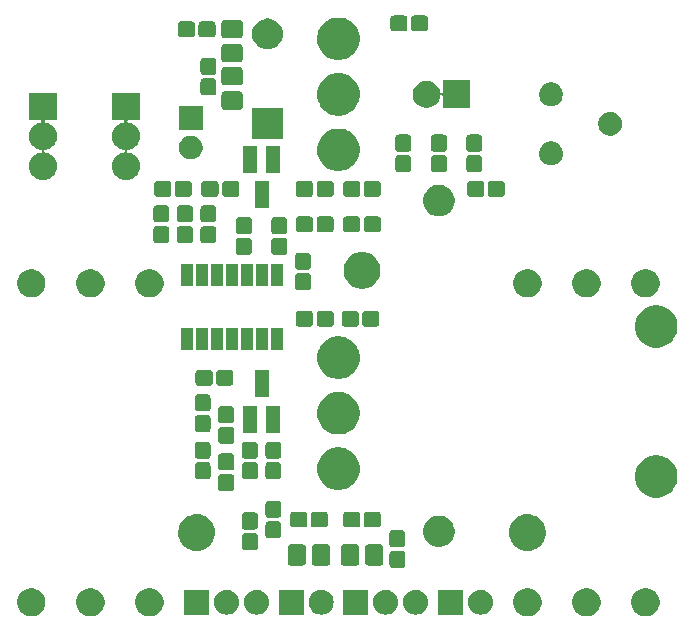
<source format=gbr>
G04 #@! TF.GenerationSoftware,KiCad,Pcbnew,(5.0.1-3-g963ef8bb5)*
G04 #@! TF.CreationDate,2019-05-01T10:43:29-06:00*
G04 #@! TF.ProjectId,NuisanceEngine,4E756973616E6365456E67696E652E6B,rev?*
G04 #@! TF.SameCoordinates,Original*
G04 #@! TF.FileFunction,Soldermask,Top*
G04 #@! TF.FilePolarity,Negative*
%FSLAX46Y46*%
G04 Gerber Fmt 4.6, Leading zero omitted, Abs format (unit mm)*
G04 Created by KiCad (PCBNEW (5.0.1-3-g963ef8bb5)) date Wednesday, 01 May 2019 at 10:43:29*
%MOMM*%
%LPD*%
G01*
G04 APERTURE LIST*
%ADD10C,0.100000*%
G04 APERTURE END LIST*
D10*
G36*
X106350026Y-96846115D02*
X106568412Y-96936573D01*
X106764958Y-97067901D01*
X106932099Y-97235042D01*
X107063427Y-97431588D01*
X107153885Y-97649974D01*
X107200000Y-97881809D01*
X107200000Y-98118191D01*
X107153885Y-98350026D01*
X107063427Y-98568412D01*
X106932099Y-98764958D01*
X106764958Y-98932099D01*
X106568412Y-99063427D01*
X106350026Y-99153885D01*
X106118191Y-99200000D01*
X105881809Y-99200000D01*
X105649974Y-99153885D01*
X105431588Y-99063427D01*
X105235042Y-98932099D01*
X105067901Y-98764958D01*
X104936573Y-98568412D01*
X104846115Y-98350026D01*
X104800000Y-98118191D01*
X104800000Y-97881809D01*
X104846115Y-97649974D01*
X104936573Y-97431588D01*
X105067901Y-97235042D01*
X105235042Y-97067901D01*
X105431588Y-96936573D01*
X105649974Y-96846115D01*
X105881809Y-96800000D01*
X106118191Y-96800000D01*
X106350026Y-96846115D01*
X106350026Y-96846115D01*
G37*
G36*
X101350026Y-96846115D02*
X101568412Y-96936573D01*
X101764958Y-97067901D01*
X101932099Y-97235042D01*
X102063427Y-97431588D01*
X102153885Y-97649974D01*
X102200000Y-97881809D01*
X102200000Y-98118191D01*
X102153885Y-98350026D01*
X102063427Y-98568412D01*
X101932099Y-98764958D01*
X101764958Y-98932099D01*
X101568412Y-99063427D01*
X101350026Y-99153885D01*
X101118191Y-99200000D01*
X100881809Y-99200000D01*
X100649974Y-99153885D01*
X100431588Y-99063427D01*
X100235042Y-98932099D01*
X100067901Y-98764958D01*
X99936573Y-98568412D01*
X99846115Y-98350026D01*
X99800000Y-98118191D01*
X99800000Y-97881809D01*
X99846115Y-97649974D01*
X99936573Y-97431588D01*
X100067901Y-97235042D01*
X100235042Y-97067901D01*
X100431588Y-96936573D01*
X100649974Y-96846115D01*
X100881809Y-96800000D01*
X101118191Y-96800000D01*
X101350026Y-96846115D01*
X101350026Y-96846115D01*
G37*
G36*
X96350026Y-96846115D02*
X96568412Y-96936573D01*
X96764958Y-97067901D01*
X96932099Y-97235042D01*
X97063427Y-97431588D01*
X97153885Y-97649974D01*
X97200000Y-97881809D01*
X97200000Y-98118191D01*
X97153885Y-98350026D01*
X97063427Y-98568412D01*
X96932099Y-98764958D01*
X96764958Y-98932099D01*
X96568412Y-99063427D01*
X96350026Y-99153885D01*
X96118191Y-99200000D01*
X95881809Y-99200000D01*
X95649974Y-99153885D01*
X95431588Y-99063427D01*
X95235042Y-98932099D01*
X95067901Y-98764958D01*
X94936573Y-98568412D01*
X94846115Y-98350026D01*
X94800000Y-98118191D01*
X94800000Y-97881809D01*
X94846115Y-97649974D01*
X94936573Y-97431588D01*
X95067901Y-97235042D01*
X95235042Y-97067901D01*
X95431588Y-96936573D01*
X95649974Y-96846115D01*
X95881809Y-96800000D01*
X96118191Y-96800000D01*
X96350026Y-96846115D01*
X96350026Y-96846115D01*
G37*
G36*
X64350026Y-96846115D02*
X64568412Y-96936573D01*
X64764958Y-97067901D01*
X64932099Y-97235042D01*
X65063427Y-97431588D01*
X65153885Y-97649974D01*
X65200000Y-97881809D01*
X65200000Y-98118191D01*
X65153885Y-98350026D01*
X65063427Y-98568412D01*
X64932099Y-98764958D01*
X64764958Y-98932099D01*
X64568412Y-99063427D01*
X64350026Y-99153885D01*
X64118191Y-99200000D01*
X63881809Y-99200000D01*
X63649974Y-99153885D01*
X63431588Y-99063427D01*
X63235042Y-98932099D01*
X63067901Y-98764958D01*
X62936573Y-98568412D01*
X62846115Y-98350026D01*
X62800000Y-98118191D01*
X62800000Y-97881809D01*
X62846115Y-97649974D01*
X62936573Y-97431588D01*
X63067901Y-97235042D01*
X63235042Y-97067901D01*
X63431588Y-96936573D01*
X63649974Y-96846115D01*
X63881809Y-96800000D01*
X64118191Y-96800000D01*
X64350026Y-96846115D01*
X64350026Y-96846115D01*
G37*
G36*
X59350026Y-96846115D02*
X59568412Y-96936573D01*
X59764958Y-97067901D01*
X59932099Y-97235042D01*
X60063427Y-97431588D01*
X60153885Y-97649974D01*
X60200000Y-97881809D01*
X60200000Y-98118191D01*
X60153885Y-98350026D01*
X60063427Y-98568412D01*
X59932099Y-98764958D01*
X59764958Y-98932099D01*
X59568412Y-99063427D01*
X59350026Y-99153885D01*
X59118191Y-99200000D01*
X58881809Y-99200000D01*
X58649974Y-99153885D01*
X58431588Y-99063427D01*
X58235042Y-98932099D01*
X58067901Y-98764958D01*
X57936573Y-98568412D01*
X57846115Y-98350026D01*
X57800000Y-98118191D01*
X57800000Y-97881809D01*
X57846115Y-97649974D01*
X57936573Y-97431588D01*
X58067901Y-97235042D01*
X58235042Y-97067901D01*
X58431588Y-96936573D01*
X58649974Y-96846115D01*
X58881809Y-96800000D01*
X59118191Y-96800000D01*
X59350026Y-96846115D01*
X59350026Y-96846115D01*
G37*
G36*
X54350026Y-96846115D02*
X54568412Y-96936573D01*
X54764958Y-97067901D01*
X54932099Y-97235042D01*
X55063427Y-97431588D01*
X55153885Y-97649974D01*
X55200000Y-97881809D01*
X55200000Y-98118191D01*
X55153885Y-98350026D01*
X55063427Y-98568412D01*
X54932099Y-98764958D01*
X54764958Y-98932099D01*
X54568412Y-99063427D01*
X54350026Y-99153885D01*
X54118191Y-99200000D01*
X53881809Y-99200000D01*
X53649974Y-99153885D01*
X53431588Y-99063427D01*
X53235042Y-98932099D01*
X53067901Y-98764958D01*
X52936573Y-98568412D01*
X52846115Y-98350026D01*
X52800000Y-98118191D01*
X52800000Y-97881809D01*
X52846115Y-97649974D01*
X52936573Y-97431588D01*
X53067901Y-97235042D01*
X53235042Y-97067901D01*
X53431588Y-96936573D01*
X53649974Y-96846115D01*
X53881809Y-96800000D01*
X54118191Y-96800000D01*
X54350026Y-96846115D01*
X54350026Y-96846115D01*
G37*
G36*
X77050000Y-99050000D02*
X74950000Y-99050000D01*
X74950000Y-96950000D01*
X77050000Y-96950000D01*
X77050000Y-99050000D01*
X77050000Y-99050000D01*
G37*
G36*
X73208707Y-96957596D02*
X73285836Y-96965193D01*
X73417787Y-97005220D01*
X73483763Y-97025233D01*
X73666172Y-97122733D01*
X73826054Y-97253946D01*
X73957267Y-97413828D01*
X74054767Y-97596237D01*
X74054767Y-97596238D01*
X74114807Y-97794164D01*
X74135080Y-98000000D01*
X74114807Y-98205836D01*
X74074780Y-98337787D01*
X74054767Y-98403763D01*
X73957267Y-98586172D01*
X73826054Y-98746054D01*
X73666172Y-98877267D01*
X73483763Y-98974767D01*
X73417787Y-98994780D01*
X73285836Y-99034807D01*
X73208707Y-99042403D01*
X73131580Y-99050000D01*
X73028420Y-99050000D01*
X72951293Y-99042403D01*
X72874164Y-99034807D01*
X72742213Y-98994780D01*
X72676237Y-98974767D01*
X72493828Y-98877267D01*
X72333946Y-98746054D01*
X72202733Y-98586172D01*
X72105233Y-98403763D01*
X72085220Y-98337787D01*
X72045193Y-98205836D01*
X72024920Y-98000000D01*
X72045193Y-97794164D01*
X72105233Y-97596238D01*
X72105233Y-97596237D01*
X72202733Y-97413828D01*
X72333946Y-97253946D01*
X72493828Y-97122733D01*
X72676237Y-97025233D01*
X72742213Y-97005220D01*
X72874164Y-96965193D01*
X72951293Y-96957596D01*
X73028420Y-96950000D01*
X73131580Y-96950000D01*
X73208707Y-96957596D01*
X73208707Y-96957596D01*
G37*
G36*
X70668707Y-96957596D02*
X70745836Y-96965193D01*
X70877787Y-97005220D01*
X70943763Y-97025233D01*
X71126172Y-97122733D01*
X71286054Y-97253946D01*
X71417267Y-97413828D01*
X71514767Y-97596237D01*
X71514767Y-97596238D01*
X71574807Y-97794164D01*
X71595080Y-98000000D01*
X71574807Y-98205836D01*
X71534780Y-98337787D01*
X71514767Y-98403763D01*
X71417267Y-98586172D01*
X71286054Y-98746054D01*
X71126172Y-98877267D01*
X70943763Y-98974767D01*
X70877787Y-98994780D01*
X70745836Y-99034807D01*
X70668707Y-99042403D01*
X70591580Y-99050000D01*
X70488420Y-99050000D01*
X70411293Y-99042403D01*
X70334164Y-99034807D01*
X70202213Y-98994780D01*
X70136237Y-98974767D01*
X69953828Y-98877267D01*
X69793946Y-98746054D01*
X69662733Y-98586172D01*
X69565233Y-98403763D01*
X69545220Y-98337787D01*
X69505193Y-98205836D01*
X69484920Y-98000000D01*
X69505193Y-97794164D01*
X69565233Y-97596238D01*
X69565233Y-97596237D01*
X69662733Y-97413828D01*
X69793946Y-97253946D01*
X69953828Y-97122733D01*
X70136237Y-97025233D01*
X70202213Y-97005220D01*
X70334164Y-96965193D01*
X70411293Y-96957596D01*
X70488420Y-96950000D01*
X70591580Y-96950000D01*
X70668707Y-96957596D01*
X70668707Y-96957596D01*
G37*
G36*
X69050000Y-99050000D02*
X66950000Y-99050000D01*
X66950000Y-96950000D01*
X69050000Y-96950000D01*
X69050000Y-99050000D01*
X69050000Y-99050000D01*
G37*
G36*
X92168707Y-96957596D02*
X92245836Y-96965193D01*
X92377787Y-97005220D01*
X92443763Y-97025233D01*
X92626172Y-97122733D01*
X92786054Y-97253946D01*
X92917267Y-97413828D01*
X93014767Y-97596237D01*
X93014767Y-97596238D01*
X93074807Y-97794164D01*
X93095080Y-98000000D01*
X93074807Y-98205836D01*
X93034780Y-98337787D01*
X93014767Y-98403763D01*
X92917267Y-98586172D01*
X92786054Y-98746054D01*
X92626172Y-98877267D01*
X92443763Y-98974767D01*
X92377787Y-98994780D01*
X92245836Y-99034807D01*
X92168707Y-99042403D01*
X92091580Y-99050000D01*
X91988420Y-99050000D01*
X91911293Y-99042403D01*
X91834164Y-99034807D01*
X91702213Y-98994780D01*
X91636237Y-98974767D01*
X91453828Y-98877267D01*
X91293946Y-98746054D01*
X91162733Y-98586172D01*
X91065233Y-98403763D01*
X91045220Y-98337787D01*
X91005193Y-98205836D01*
X90984920Y-98000000D01*
X91005193Y-97794164D01*
X91065233Y-97596238D01*
X91065233Y-97596237D01*
X91162733Y-97413828D01*
X91293946Y-97253946D01*
X91453828Y-97122733D01*
X91636237Y-97025233D01*
X91702213Y-97005220D01*
X91834164Y-96965193D01*
X91911293Y-96957596D01*
X91988420Y-96950000D01*
X92091580Y-96950000D01*
X92168707Y-96957596D01*
X92168707Y-96957596D01*
G37*
G36*
X90550000Y-99050000D02*
X88450000Y-99050000D01*
X88450000Y-96950000D01*
X90550000Y-96950000D01*
X90550000Y-99050000D01*
X90550000Y-99050000D01*
G37*
G36*
X78668707Y-96957596D02*
X78745836Y-96965193D01*
X78877787Y-97005220D01*
X78943763Y-97025233D01*
X79126172Y-97122733D01*
X79286054Y-97253946D01*
X79417267Y-97413828D01*
X79514767Y-97596237D01*
X79514767Y-97596238D01*
X79574807Y-97794164D01*
X79595080Y-98000000D01*
X79574807Y-98205836D01*
X79534780Y-98337787D01*
X79514767Y-98403763D01*
X79417267Y-98586172D01*
X79286054Y-98746054D01*
X79126172Y-98877267D01*
X78943763Y-98974767D01*
X78877787Y-98994780D01*
X78745836Y-99034807D01*
X78668707Y-99042403D01*
X78591580Y-99050000D01*
X78488420Y-99050000D01*
X78411293Y-99042403D01*
X78334164Y-99034807D01*
X78202213Y-98994780D01*
X78136237Y-98974767D01*
X77953828Y-98877267D01*
X77793946Y-98746054D01*
X77662733Y-98586172D01*
X77565233Y-98403763D01*
X77545220Y-98337787D01*
X77505193Y-98205836D01*
X77484920Y-98000000D01*
X77505193Y-97794164D01*
X77565233Y-97596238D01*
X77565233Y-97596237D01*
X77662733Y-97413828D01*
X77793946Y-97253946D01*
X77953828Y-97122733D01*
X78136237Y-97025233D01*
X78202213Y-97005220D01*
X78334164Y-96965193D01*
X78411293Y-96957596D01*
X78488420Y-96950000D01*
X78591580Y-96950000D01*
X78668707Y-96957596D01*
X78668707Y-96957596D01*
G37*
G36*
X82510000Y-99050000D02*
X80410000Y-99050000D01*
X80410000Y-96950000D01*
X82510000Y-96950000D01*
X82510000Y-99050000D01*
X82510000Y-99050000D01*
G37*
G36*
X84128707Y-96957596D02*
X84205836Y-96965193D01*
X84337787Y-97005220D01*
X84403763Y-97025233D01*
X84586172Y-97122733D01*
X84746054Y-97253946D01*
X84877267Y-97413828D01*
X84974767Y-97596237D01*
X84974767Y-97596238D01*
X85034807Y-97794164D01*
X85055080Y-98000000D01*
X85034807Y-98205836D01*
X84994780Y-98337787D01*
X84974767Y-98403763D01*
X84877267Y-98586172D01*
X84746054Y-98746054D01*
X84586172Y-98877267D01*
X84403763Y-98974767D01*
X84337787Y-98994780D01*
X84205836Y-99034807D01*
X84128707Y-99042403D01*
X84051580Y-99050000D01*
X83948420Y-99050000D01*
X83871293Y-99042403D01*
X83794164Y-99034807D01*
X83662213Y-98994780D01*
X83596237Y-98974767D01*
X83413828Y-98877267D01*
X83253946Y-98746054D01*
X83122733Y-98586172D01*
X83025233Y-98403763D01*
X83005220Y-98337787D01*
X82965193Y-98205836D01*
X82944920Y-98000000D01*
X82965193Y-97794164D01*
X83025233Y-97596238D01*
X83025233Y-97596237D01*
X83122733Y-97413828D01*
X83253946Y-97253946D01*
X83413828Y-97122733D01*
X83596237Y-97025233D01*
X83662213Y-97005220D01*
X83794164Y-96965193D01*
X83871293Y-96957596D01*
X83948420Y-96950000D01*
X84051580Y-96950000D01*
X84128707Y-96957596D01*
X84128707Y-96957596D01*
G37*
G36*
X86668707Y-96957596D02*
X86745836Y-96965193D01*
X86877787Y-97005220D01*
X86943763Y-97025233D01*
X87126172Y-97122733D01*
X87286054Y-97253946D01*
X87417267Y-97413828D01*
X87514767Y-97596237D01*
X87514767Y-97596238D01*
X87574807Y-97794164D01*
X87595080Y-98000000D01*
X87574807Y-98205836D01*
X87534780Y-98337787D01*
X87514767Y-98403763D01*
X87417267Y-98586172D01*
X87286054Y-98746054D01*
X87126172Y-98877267D01*
X86943763Y-98974767D01*
X86877787Y-98994780D01*
X86745836Y-99034807D01*
X86668707Y-99042403D01*
X86591580Y-99050000D01*
X86488420Y-99050000D01*
X86411293Y-99042403D01*
X86334164Y-99034807D01*
X86202213Y-98994780D01*
X86136237Y-98974767D01*
X85953828Y-98877267D01*
X85793946Y-98746054D01*
X85662733Y-98586172D01*
X85565233Y-98403763D01*
X85545220Y-98337787D01*
X85505193Y-98205836D01*
X85484920Y-98000000D01*
X85505193Y-97794164D01*
X85565233Y-97596238D01*
X85565233Y-97596237D01*
X85662733Y-97413828D01*
X85793946Y-97253946D01*
X85953828Y-97122733D01*
X86136237Y-97025233D01*
X86202213Y-97005220D01*
X86334164Y-96965193D01*
X86411293Y-96957596D01*
X86488420Y-96950000D01*
X86591580Y-96950000D01*
X86668707Y-96957596D01*
X86668707Y-96957596D01*
G37*
G36*
X85453530Y-93655877D02*
X85505010Y-93671493D01*
X85552442Y-93696846D01*
X85594027Y-93730973D01*
X85628154Y-93772558D01*
X85653507Y-93819990D01*
X85669123Y-93871470D01*
X85675000Y-93931140D01*
X85675000Y-94818860D01*
X85669123Y-94878530D01*
X85653507Y-94930010D01*
X85628154Y-94977442D01*
X85594027Y-95019027D01*
X85552442Y-95053154D01*
X85505010Y-95078507D01*
X85453530Y-95094123D01*
X85393860Y-95100000D01*
X84606140Y-95100000D01*
X84546470Y-95094123D01*
X84494990Y-95078507D01*
X84447558Y-95053154D01*
X84405973Y-95019027D01*
X84371846Y-94977442D01*
X84346493Y-94930010D01*
X84330877Y-94878530D01*
X84325000Y-94818860D01*
X84325000Y-93931140D01*
X84330877Y-93871470D01*
X84346493Y-93819990D01*
X84371846Y-93772558D01*
X84405973Y-93730973D01*
X84447558Y-93696846D01*
X84494990Y-93671493D01*
X84546470Y-93655877D01*
X84606140Y-93650000D01*
X85393860Y-93650000D01*
X85453530Y-93655877D01*
X85453530Y-93655877D01*
G37*
G36*
X83585530Y-93105710D02*
X83635379Y-93120831D01*
X83681311Y-93145382D01*
X83721574Y-93178426D01*
X83754618Y-93218689D01*
X83779169Y-93264621D01*
X83794290Y-93314470D01*
X83800000Y-93372444D01*
X83800000Y-94627556D01*
X83794290Y-94685530D01*
X83779169Y-94735379D01*
X83754618Y-94781311D01*
X83721574Y-94821574D01*
X83681311Y-94854618D01*
X83635379Y-94879169D01*
X83585530Y-94894290D01*
X83527556Y-94900000D01*
X82522444Y-94900000D01*
X82464470Y-94894290D01*
X82414621Y-94879169D01*
X82368689Y-94854618D01*
X82328426Y-94821574D01*
X82295382Y-94781311D01*
X82270831Y-94735379D01*
X82255710Y-94685530D01*
X82250000Y-94627556D01*
X82250000Y-93372444D01*
X82255710Y-93314470D01*
X82270831Y-93264621D01*
X82295382Y-93218689D01*
X82328426Y-93178426D01*
X82368689Y-93145382D01*
X82414621Y-93120831D01*
X82464470Y-93105710D01*
X82522444Y-93100000D01*
X83527556Y-93100000D01*
X83585530Y-93105710D01*
X83585530Y-93105710D01*
G37*
G36*
X81535530Y-93105710D02*
X81585379Y-93120831D01*
X81631311Y-93145382D01*
X81671574Y-93178426D01*
X81704618Y-93218689D01*
X81729169Y-93264621D01*
X81744290Y-93314470D01*
X81750000Y-93372444D01*
X81750000Y-94627556D01*
X81744290Y-94685530D01*
X81729169Y-94735379D01*
X81704618Y-94781311D01*
X81671574Y-94821574D01*
X81631311Y-94854618D01*
X81585379Y-94879169D01*
X81535530Y-94894290D01*
X81477556Y-94900000D01*
X80472444Y-94900000D01*
X80414470Y-94894290D01*
X80364621Y-94879169D01*
X80318689Y-94854618D01*
X80278426Y-94821574D01*
X80245382Y-94781311D01*
X80220831Y-94735379D01*
X80205710Y-94685530D01*
X80200000Y-94627556D01*
X80200000Y-93372444D01*
X80205710Y-93314470D01*
X80220831Y-93264621D01*
X80245382Y-93218689D01*
X80278426Y-93178426D01*
X80318689Y-93145382D01*
X80364621Y-93120831D01*
X80414470Y-93105710D01*
X80472444Y-93100000D01*
X81477556Y-93100000D01*
X81535530Y-93105710D01*
X81535530Y-93105710D01*
G37*
G36*
X79085530Y-93105710D02*
X79135379Y-93120831D01*
X79181311Y-93145382D01*
X79221574Y-93178426D01*
X79254618Y-93218689D01*
X79279169Y-93264621D01*
X79294290Y-93314470D01*
X79300000Y-93372444D01*
X79300000Y-94627556D01*
X79294290Y-94685530D01*
X79279169Y-94735379D01*
X79254618Y-94781311D01*
X79221574Y-94821574D01*
X79181311Y-94854618D01*
X79135379Y-94879169D01*
X79085530Y-94894290D01*
X79027556Y-94900000D01*
X78022444Y-94900000D01*
X77964470Y-94894290D01*
X77914621Y-94879169D01*
X77868689Y-94854618D01*
X77828426Y-94821574D01*
X77795382Y-94781311D01*
X77770831Y-94735379D01*
X77755710Y-94685530D01*
X77750000Y-94627556D01*
X77750000Y-93372444D01*
X77755710Y-93314470D01*
X77770831Y-93264621D01*
X77795382Y-93218689D01*
X77828426Y-93178426D01*
X77868689Y-93145382D01*
X77914621Y-93120831D01*
X77964470Y-93105710D01*
X78022444Y-93100000D01*
X79027556Y-93100000D01*
X79085530Y-93105710D01*
X79085530Y-93105710D01*
G37*
G36*
X77035530Y-93105710D02*
X77085379Y-93120831D01*
X77131311Y-93145382D01*
X77171574Y-93178426D01*
X77204618Y-93218689D01*
X77229169Y-93264621D01*
X77244290Y-93314470D01*
X77250000Y-93372444D01*
X77250000Y-94627556D01*
X77244290Y-94685530D01*
X77229169Y-94735379D01*
X77204618Y-94781311D01*
X77171574Y-94821574D01*
X77131311Y-94854618D01*
X77085379Y-94879169D01*
X77035530Y-94894290D01*
X76977556Y-94900000D01*
X75972444Y-94900000D01*
X75914470Y-94894290D01*
X75864621Y-94879169D01*
X75818689Y-94854618D01*
X75778426Y-94821574D01*
X75745382Y-94781311D01*
X75720831Y-94735379D01*
X75705710Y-94685530D01*
X75700000Y-94627556D01*
X75700000Y-93372444D01*
X75705710Y-93314470D01*
X75720831Y-93264621D01*
X75745382Y-93218689D01*
X75778426Y-93178426D01*
X75818689Y-93145382D01*
X75864621Y-93120831D01*
X75914470Y-93105710D01*
X75972444Y-93100000D01*
X76977556Y-93100000D01*
X77035530Y-93105710D01*
X77035530Y-93105710D01*
G37*
G36*
X68247478Y-90568860D02*
X68452118Y-90609565D01*
X68602020Y-90671657D01*
X68734201Y-90726408D01*
X68988071Y-90896038D01*
X69203962Y-91111929D01*
X69373592Y-91365799D01*
X69373592Y-91365800D01*
X69490435Y-91647882D01*
X69521320Y-91803154D01*
X69550000Y-91947337D01*
X69550000Y-92252663D01*
X69540585Y-92299995D01*
X69490435Y-92552118D01*
X69412540Y-92740173D01*
X69373592Y-92834201D01*
X69203962Y-93088071D01*
X68988071Y-93303962D01*
X68734201Y-93473592D01*
X68667672Y-93501149D01*
X68452118Y-93590435D01*
X68252481Y-93630145D01*
X68152663Y-93650000D01*
X67847337Y-93650000D01*
X67747519Y-93630145D01*
X67547882Y-93590435D01*
X67332328Y-93501149D01*
X67265799Y-93473592D01*
X67011929Y-93303962D01*
X66796038Y-93088071D01*
X66626408Y-92834201D01*
X66587460Y-92740173D01*
X66509565Y-92552118D01*
X66459415Y-92299995D01*
X66450000Y-92252663D01*
X66450000Y-91947337D01*
X66478680Y-91803154D01*
X66509565Y-91647882D01*
X66626408Y-91365800D01*
X66626408Y-91365799D01*
X66796038Y-91111929D01*
X67011929Y-90896038D01*
X67265799Y-90726408D01*
X67397980Y-90671657D01*
X67547882Y-90609565D01*
X67752522Y-90568860D01*
X67847337Y-90550000D01*
X68152663Y-90550000D01*
X68247478Y-90568860D01*
X68247478Y-90568860D01*
G37*
G36*
X96247478Y-90568860D02*
X96452118Y-90609565D01*
X96602020Y-90671657D01*
X96734201Y-90726408D01*
X96988071Y-90896038D01*
X97203962Y-91111929D01*
X97373592Y-91365799D01*
X97373592Y-91365800D01*
X97490435Y-91647882D01*
X97521320Y-91803154D01*
X97550000Y-91947337D01*
X97550000Y-92252663D01*
X97540585Y-92299995D01*
X97490435Y-92552118D01*
X97412540Y-92740173D01*
X97373592Y-92834201D01*
X97203962Y-93088071D01*
X96988071Y-93303962D01*
X96734201Y-93473592D01*
X96667672Y-93501149D01*
X96452118Y-93590435D01*
X96252481Y-93630145D01*
X96152663Y-93650000D01*
X95847337Y-93650000D01*
X95747519Y-93630145D01*
X95547882Y-93590435D01*
X95332328Y-93501149D01*
X95265799Y-93473592D01*
X95011929Y-93303962D01*
X94796038Y-93088071D01*
X94626408Y-92834201D01*
X94587460Y-92740173D01*
X94509565Y-92552118D01*
X94459415Y-92299995D01*
X94450000Y-92252663D01*
X94450000Y-91947337D01*
X94478680Y-91803154D01*
X94509565Y-91647882D01*
X94626408Y-91365800D01*
X94626408Y-91365799D01*
X94796038Y-91111929D01*
X95011929Y-90896038D01*
X95265799Y-90726408D01*
X95397980Y-90671657D01*
X95547882Y-90609565D01*
X95752522Y-90568860D01*
X95847337Y-90550000D01*
X96152663Y-90550000D01*
X96247478Y-90568860D01*
X96247478Y-90568860D01*
G37*
G36*
X72953530Y-92155877D02*
X73005010Y-92171493D01*
X73052442Y-92196846D01*
X73094027Y-92230973D01*
X73128154Y-92272558D01*
X73153507Y-92319990D01*
X73169123Y-92371470D01*
X73175000Y-92431140D01*
X73175000Y-93318860D01*
X73169123Y-93378530D01*
X73153507Y-93430010D01*
X73128154Y-93477442D01*
X73094027Y-93519027D01*
X73052442Y-93553154D01*
X73005010Y-93578507D01*
X72953530Y-93594123D01*
X72893860Y-93600000D01*
X72106140Y-93600000D01*
X72046470Y-93594123D01*
X71994990Y-93578507D01*
X71947558Y-93553154D01*
X71905973Y-93519027D01*
X71871846Y-93477442D01*
X71846493Y-93430010D01*
X71830877Y-93378530D01*
X71825000Y-93318860D01*
X71825000Y-92431140D01*
X71830877Y-92371470D01*
X71846493Y-92319990D01*
X71871846Y-92272558D01*
X71905973Y-92230973D01*
X71947558Y-92196846D01*
X71994990Y-92171493D01*
X72046470Y-92155877D01*
X72106140Y-92150000D01*
X72893860Y-92150000D01*
X72953530Y-92155877D01*
X72953530Y-92155877D01*
G37*
G36*
X85453530Y-91905877D02*
X85505010Y-91921493D01*
X85552442Y-91946846D01*
X85594027Y-91980973D01*
X85628154Y-92022558D01*
X85653507Y-92069990D01*
X85669123Y-92121470D01*
X85675000Y-92181140D01*
X85675000Y-93068860D01*
X85669123Y-93128530D01*
X85653507Y-93180010D01*
X85628154Y-93227442D01*
X85594027Y-93269027D01*
X85552442Y-93303154D01*
X85505010Y-93328507D01*
X85453530Y-93344123D01*
X85393860Y-93350000D01*
X84606140Y-93350000D01*
X84546470Y-93344123D01*
X84494990Y-93328507D01*
X84447558Y-93303154D01*
X84405973Y-93269027D01*
X84371846Y-93227442D01*
X84346493Y-93180010D01*
X84330877Y-93128530D01*
X84325000Y-93068860D01*
X84325000Y-92181140D01*
X84330877Y-92121470D01*
X84346493Y-92069990D01*
X84371846Y-92022558D01*
X84405973Y-91980973D01*
X84447558Y-91946846D01*
X84494990Y-91921493D01*
X84546470Y-91905877D01*
X84606140Y-91900000D01*
X85393860Y-91900000D01*
X85453530Y-91905877D01*
X85453530Y-91905877D01*
G37*
G36*
X88888236Y-90720149D02*
X88905843Y-90727442D01*
X89130465Y-90820483D01*
X89174640Y-90850000D01*
X89348466Y-90966147D01*
X89533853Y-91151534D01*
X89533855Y-91151537D01*
X89679517Y-91369535D01*
X89743914Y-91525005D01*
X89779851Y-91611764D01*
X89831000Y-91868907D01*
X89831000Y-92131093D01*
X89779851Y-92388236D01*
X89762548Y-92430010D01*
X89679517Y-92630465D01*
X89679516Y-92630466D01*
X89533853Y-92848466D01*
X89348466Y-93033853D01*
X89348463Y-93033855D01*
X89130465Y-93179517D01*
X88960899Y-93249753D01*
X88888236Y-93279851D01*
X88631093Y-93331000D01*
X88368907Y-93331000D01*
X88111764Y-93279851D01*
X88039101Y-93249753D01*
X87869535Y-93179517D01*
X87651537Y-93033855D01*
X87651534Y-93033853D01*
X87466147Y-92848466D01*
X87320484Y-92630466D01*
X87320483Y-92630465D01*
X87237452Y-92430010D01*
X87220149Y-92388236D01*
X87169000Y-92131093D01*
X87169000Y-91868907D01*
X87220149Y-91611764D01*
X87256086Y-91525005D01*
X87320483Y-91369535D01*
X87466145Y-91151537D01*
X87466147Y-91151534D01*
X87651534Y-90966147D01*
X87825360Y-90850000D01*
X87869535Y-90820483D01*
X88094157Y-90727442D01*
X88111764Y-90720149D01*
X88368907Y-90669000D01*
X88631093Y-90669000D01*
X88888236Y-90720149D01*
X88888236Y-90720149D01*
G37*
G36*
X74953530Y-91155877D02*
X75005010Y-91171493D01*
X75052442Y-91196846D01*
X75094027Y-91230973D01*
X75128154Y-91272558D01*
X75153507Y-91319990D01*
X75169123Y-91371470D01*
X75175000Y-91431140D01*
X75175000Y-92318860D01*
X75169123Y-92378530D01*
X75153507Y-92430010D01*
X75128154Y-92477442D01*
X75094027Y-92519027D01*
X75052442Y-92553154D01*
X75005010Y-92578507D01*
X74953530Y-92594123D01*
X74893860Y-92600000D01*
X74106140Y-92600000D01*
X74046470Y-92594123D01*
X73994990Y-92578507D01*
X73947558Y-92553154D01*
X73905973Y-92519027D01*
X73871846Y-92477442D01*
X73846493Y-92430010D01*
X73830877Y-92378530D01*
X73825000Y-92318860D01*
X73825000Y-91431140D01*
X73830877Y-91371470D01*
X73846493Y-91319990D01*
X73871846Y-91272558D01*
X73905973Y-91230973D01*
X73947558Y-91196846D01*
X73994990Y-91171493D01*
X74046470Y-91155877D01*
X74106140Y-91150000D01*
X74893860Y-91150000D01*
X74953530Y-91155877D01*
X74953530Y-91155877D01*
G37*
G36*
X72953530Y-90405877D02*
X73005010Y-90421493D01*
X73052442Y-90446846D01*
X73094027Y-90480973D01*
X73128154Y-90522558D01*
X73153507Y-90569990D01*
X73169123Y-90621470D01*
X73175000Y-90681140D01*
X73175000Y-91568860D01*
X73169123Y-91628530D01*
X73153507Y-91680010D01*
X73128154Y-91727442D01*
X73094027Y-91769027D01*
X73052442Y-91803154D01*
X73005010Y-91828507D01*
X72953530Y-91844123D01*
X72893860Y-91850000D01*
X72106140Y-91850000D01*
X72046470Y-91844123D01*
X71994990Y-91828507D01*
X71947558Y-91803154D01*
X71905973Y-91769027D01*
X71871846Y-91727442D01*
X71846493Y-91680010D01*
X71830877Y-91628530D01*
X71825000Y-91568860D01*
X71825000Y-90681140D01*
X71830877Y-90621470D01*
X71846493Y-90569990D01*
X71871846Y-90522558D01*
X71905973Y-90480973D01*
X71947558Y-90446846D01*
X71994990Y-90421493D01*
X72046470Y-90405877D01*
X72106140Y-90400000D01*
X72893860Y-90400000D01*
X72953530Y-90405877D01*
X72953530Y-90405877D01*
G37*
G36*
X81628530Y-90330877D02*
X81680010Y-90346493D01*
X81727442Y-90371846D01*
X81769027Y-90405973D01*
X81803154Y-90447558D01*
X81828507Y-90494990D01*
X81844123Y-90546470D01*
X81850000Y-90606140D01*
X81850000Y-91393860D01*
X81844123Y-91453530D01*
X81828507Y-91505010D01*
X81803154Y-91552442D01*
X81769027Y-91594027D01*
X81727442Y-91628154D01*
X81680010Y-91653507D01*
X81628530Y-91669123D01*
X81568860Y-91675000D01*
X80681140Y-91675000D01*
X80621470Y-91669123D01*
X80569990Y-91653507D01*
X80522558Y-91628154D01*
X80480973Y-91594027D01*
X80446846Y-91552442D01*
X80421493Y-91505010D01*
X80405877Y-91453530D01*
X80400000Y-91393860D01*
X80400000Y-90606140D01*
X80405877Y-90546470D01*
X80421493Y-90494990D01*
X80446846Y-90447558D01*
X80480973Y-90405973D01*
X80522558Y-90371846D01*
X80569990Y-90346493D01*
X80621470Y-90330877D01*
X80681140Y-90325000D01*
X81568860Y-90325000D01*
X81628530Y-90330877D01*
X81628530Y-90330877D01*
G37*
G36*
X83378530Y-90330877D02*
X83430010Y-90346493D01*
X83477442Y-90371846D01*
X83519027Y-90405973D01*
X83553154Y-90447558D01*
X83578507Y-90494990D01*
X83594123Y-90546470D01*
X83600000Y-90606140D01*
X83600000Y-91393860D01*
X83594123Y-91453530D01*
X83578507Y-91505010D01*
X83553154Y-91552442D01*
X83519027Y-91594027D01*
X83477442Y-91628154D01*
X83430010Y-91653507D01*
X83378530Y-91669123D01*
X83318860Y-91675000D01*
X82431140Y-91675000D01*
X82371470Y-91669123D01*
X82319990Y-91653507D01*
X82272558Y-91628154D01*
X82230973Y-91594027D01*
X82196846Y-91552442D01*
X82171493Y-91505010D01*
X82155877Y-91453530D01*
X82150000Y-91393860D01*
X82150000Y-90606140D01*
X82155877Y-90546470D01*
X82171493Y-90494990D01*
X82196846Y-90447558D01*
X82230973Y-90405973D01*
X82272558Y-90371846D01*
X82319990Y-90346493D01*
X82371470Y-90330877D01*
X82431140Y-90325000D01*
X83318860Y-90325000D01*
X83378530Y-90330877D01*
X83378530Y-90330877D01*
G37*
G36*
X78878530Y-90330877D02*
X78930010Y-90346493D01*
X78977442Y-90371846D01*
X79019027Y-90405973D01*
X79053154Y-90447558D01*
X79078507Y-90494990D01*
X79094123Y-90546470D01*
X79100000Y-90606140D01*
X79100000Y-91393860D01*
X79094123Y-91453530D01*
X79078507Y-91505010D01*
X79053154Y-91552442D01*
X79019027Y-91594027D01*
X78977442Y-91628154D01*
X78930010Y-91653507D01*
X78878530Y-91669123D01*
X78818860Y-91675000D01*
X77931140Y-91675000D01*
X77871470Y-91669123D01*
X77819990Y-91653507D01*
X77772558Y-91628154D01*
X77730973Y-91594027D01*
X77696846Y-91552442D01*
X77671493Y-91505010D01*
X77655877Y-91453530D01*
X77650000Y-91393860D01*
X77650000Y-90606140D01*
X77655877Y-90546470D01*
X77671493Y-90494990D01*
X77696846Y-90447558D01*
X77730973Y-90405973D01*
X77772558Y-90371846D01*
X77819990Y-90346493D01*
X77871470Y-90330877D01*
X77931140Y-90325000D01*
X78818860Y-90325000D01*
X78878530Y-90330877D01*
X78878530Y-90330877D01*
G37*
G36*
X77128530Y-90330877D02*
X77180010Y-90346493D01*
X77227442Y-90371846D01*
X77269027Y-90405973D01*
X77303154Y-90447558D01*
X77328507Y-90494990D01*
X77344123Y-90546470D01*
X77350000Y-90606140D01*
X77350000Y-91393860D01*
X77344123Y-91453530D01*
X77328507Y-91505010D01*
X77303154Y-91552442D01*
X77269027Y-91594027D01*
X77227442Y-91628154D01*
X77180010Y-91653507D01*
X77128530Y-91669123D01*
X77068860Y-91675000D01*
X76181140Y-91675000D01*
X76121470Y-91669123D01*
X76069990Y-91653507D01*
X76022558Y-91628154D01*
X75980973Y-91594027D01*
X75946846Y-91552442D01*
X75921493Y-91505010D01*
X75905877Y-91453530D01*
X75900000Y-91393860D01*
X75900000Y-90606140D01*
X75905877Y-90546470D01*
X75921493Y-90494990D01*
X75946846Y-90447558D01*
X75980973Y-90405973D01*
X76022558Y-90371846D01*
X76069990Y-90346493D01*
X76121470Y-90330877D01*
X76181140Y-90325000D01*
X77068860Y-90325000D01*
X77128530Y-90330877D01*
X77128530Y-90330877D01*
G37*
G36*
X74953530Y-89405877D02*
X75005010Y-89421493D01*
X75052442Y-89446846D01*
X75094027Y-89480973D01*
X75128154Y-89522558D01*
X75153507Y-89569990D01*
X75169123Y-89621470D01*
X75175000Y-89681140D01*
X75175000Y-90568860D01*
X75169123Y-90628530D01*
X75153507Y-90680010D01*
X75128154Y-90727442D01*
X75094027Y-90769027D01*
X75052442Y-90803154D01*
X75005010Y-90828507D01*
X74953530Y-90844123D01*
X74893860Y-90850000D01*
X74106140Y-90850000D01*
X74046470Y-90844123D01*
X73994990Y-90828507D01*
X73947558Y-90803154D01*
X73905973Y-90769027D01*
X73871846Y-90727442D01*
X73846493Y-90680010D01*
X73830877Y-90628530D01*
X73825000Y-90568860D01*
X73825000Y-89681140D01*
X73830877Y-89621470D01*
X73846493Y-89569990D01*
X73871846Y-89522558D01*
X73905973Y-89480973D01*
X73947558Y-89446846D01*
X73994990Y-89421493D01*
X74046470Y-89405877D01*
X74106140Y-89400000D01*
X74893860Y-89400000D01*
X74953530Y-89405877D01*
X74953530Y-89405877D01*
G37*
G36*
X107309122Y-85596115D02*
X107425041Y-85619173D01*
X107551748Y-85671657D01*
X107743659Y-85751149D01*
X107752620Y-85754861D01*
X107809880Y-85793121D01*
X108047436Y-85951851D01*
X108298149Y-86202564D01*
X108298151Y-86202567D01*
X108495139Y-86497380D01*
X108630558Y-86824309D01*
X108630827Y-86824960D01*
X108700000Y-87172714D01*
X108700000Y-87527286D01*
X108690646Y-87574309D01*
X108630827Y-87875041D01*
X108495139Y-88202620D01*
X108368829Y-88391656D01*
X108298149Y-88497436D01*
X108047436Y-88748149D01*
X108047433Y-88748151D01*
X107752620Y-88945139D01*
X107425041Y-89080827D01*
X107309122Y-89103885D01*
X107077286Y-89150000D01*
X106722714Y-89150000D01*
X106490878Y-89103885D01*
X106374959Y-89080827D01*
X106047380Y-88945139D01*
X105752567Y-88748151D01*
X105752564Y-88748149D01*
X105501851Y-88497436D01*
X105431171Y-88391656D01*
X105304861Y-88202620D01*
X105169173Y-87875041D01*
X105109354Y-87574309D01*
X105100000Y-87527286D01*
X105100000Y-87172714D01*
X105169173Y-86824960D01*
X105169443Y-86824309D01*
X105304861Y-86497380D01*
X105501849Y-86202567D01*
X105501851Y-86202564D01*
X105752564Y-85951851D01*
X105990120Y-85793121D01*
X106047380Y-85754861D01*
X106056342Y-85751149D01*
X106248252Y-85671657D01*
X106374959Y-85619173D01*
X106490878Y-85596115D01*
X106722714Y-85550000D01*
X107077286Y-85550000D01*
X107309122Y-85596115D01*
X107309122Y-85596115D01*
G37*
G36*
X70953530Y-87155877D02*
X71005010Y-87171493D01*
X71052442Y-87196846D01*
X71094027Y-87230973D01*
X71128154Y-87272558D01*
X71153507Y-87319990D01*
X71169123Y-87371470D01*
X71175000Y-87431140D01*
X71175000Y-88318860D01*
X71169123Y-88378530D01*
X71153507Y-88430010D01*
X71128154Y-88477442D01*
X71094027Y-88519027D01*
X71052442Y-88553154D01*
X71005010Y-88578507D01*
X70953530Y-88594123D01*
X70893860Y-88600000D01*
X70106140Y-88600000D01*
X70046470Y-88594123D01*
X69994990Y-88578507D01*
X69947558Y-88553154D01*
X69905973Y-88519027D01*
X69871846Y-88477442D01*
X69846493Y-88430010D01*
X69830877Y-88378530D01*
X69825000Y-88318860D01*
X69825000Y-87431140D01*
X69830877Y-87371470D01*
X69846493Y-87319990D01*
X69871846Y-87272558D01*
X69905973Y-87230973D01*
X69947558Y-87196846D01*
X69994990Y-87171493D01*
X70046470Y-87155877D01*
X70106140Y-87150000D01*
X70893860Y-87150000D01*
X70953530Y-87155877D01*
X70953530Y-87155877D01*
G37*
G36*
X80409122Y-84946115D02*
X80525041Y-84969173D01*
X80852620Y-85104861D01*
X81143511Y-85299228D01*
X81147436Y-85301851D01*
X81398149Y-85552564D01*
X81398151Y-85552567D01*
X81595139Y-85847380D01*
X81730827Y-86174959D01*
X81737176Y-86206879D01*
X81794961Y-86497380D01*
X81800000Y-86522716D01*
X81800000Y-86877284D01*
X81730827Y-87225041D01*
X81595139Y-87552620D01*
X81400772Y-87843511D01*
X81398149Y-87847436D01*
X81147436Y-88098149D01*
X81147433Y-88098151D01*
X80852620Y-88295139D01*
X80525041Y-88430827D01*
X80428626Y-88450005D01*
X80177286Y-88500000D01*
X79822714Y-88500000D01*
X79571374Y-88450005D01*
X79474959Y-88430827D01*
X79147380Y-88295139D01*
X78852567Y-88098151D01*
X78852564Y-88098149D01*
X78601851Y-87847436D01*
X78599228Y-87843511D01*
X78404861Y-87552620D01*
X78269173Y-87225041D01*
X78200000Y-86877284D01*
X78200000Y-86522716D01*
X78205040Y-86497380D01*
X78262824Y-86206879D01*
X78269173Y-86174959D01*
X78404861Y-85847380D01*
X78601849Y-85552567D01*
X78601851Y-85552564D01*
X78852564Y-85301851D01*
X78856489Y-85299228D01*
X79147380Y-85104861D01*
X79474959Y-84969173D01*
X79590878Y-84946115D01*
X79822714Y-84900000D01*
X80177286Y-84900000D01*
X80409122Y-84946115D01*
X80409122Y-84946115D01*
G37*
G36*
X68953530Y-86155877D02*
X69005010Y-86171493D01*
X69052442Y-86196846D01*
X69094027Y-86230973D01*
X69128154Y-86272558D01*
X69153507Y-86319990D01*
X69169123Y-86371470D01*
X69175000Y-86431140D01*
X69175000Y-87318860D01*
X69169123Y-87378530D01*
X69153507Y-87430010D01*
X69128154Y-87477442D01*
X69094027Y-87519027D01*
X69052442Y-87553154D01*
X69005010Y-87578507D01*
X68953530Y-87594123D01*
X68893860Y-87600000D01*
X68106140Y-87600000D01*
X68046470Y-87594123D01*
X67994990Y-87578507D01*
X67947558Y-87553154D01*
X67905973Y-87519027D01*
X67871846Y-87477442D01*
X67846493Y-87430010D01*
X67830877Y-87378530D01*
X67825000Y-87318860D01*
X67825000Y-86431140D01*
X67830877Y-86371470D01*
X67846493Y-86319990D01*
X67871846Y-86272558D01*
X67905973Y-86230973D01*
X67947558Y-86196846D01*
X67994990Y-86171493D01*
X68046470Y-86155877D01*
X68106140Y-86150000D01*
X68893860Y-86150000D01*
X68953530Y-86155877D01*
X68953530Y-86155877D01*
G37*
G36*
X72953530Y-86155877D02*
X73005010Y-86171493D01*
X73052442Y-86196846D01*
X73094027Y-86230973D01*
X73128154Y-86272558D01*
X73153507Y-86319990D01*
X73169123Y-86371470D01*
X73175000Y-86431140D01*
X73175000Y-87318860D01*
X73169123Y-87378530D01*
X73153507Y-87430010D01*
X73128154Y-87477442D01*
X73094027Y-87519027D01*
X73052442Y-87553154D01*
X73005010Y-87578507D01*
X72953530Y-87594123D01*
X72893860Y-87600000D01*
X72106140Y-87600000D01*
X72046470Y-87594123D01*
X71994990Y-87578507D01*
X71947558Y-87553154D01*
X71905973Y-87519027D01*
X71871846Y-87477442D01*
X71846493Y-87430010D01*
X71830877Y-87378530D01*
X71825000Y-87318860D01*
X71825000Y-86431140D01*
X71830877Y-86371470D01*
X71846493Y-86319990D01*
X71871846Y-86272558D01*
X71905973Y-86230973D01*
X71947558Y-86196846D01*
X71994990Y-86171493D01*
X72046470Y-86155877D01*
X72106140Y-86150000D01*
X72893860Y-86150000D01*
X72953530Y-86155877D01*
X72953530Y-86155877D01*
G37*
G36*
X74953530Y-86155877D02*
X75005010Y-86171493D01*
X75052442Y-86196846D01*
X75094027Y-86230973D01*
X75128154Y-86272558D01*
X75153507Y-86319990D01*
X75169123Y-86371470D01*
X75175000Y-86431140D01*
X75175000Y-87318860D01*
X75169123Y-87378530D01*
X75153507Y-87430010D01*
X75128154Y-87477442D01*
X75094027Y-87519027D01*
X75052442Y-87553154D01*
X75005010Y-87578507D01*
X74953530Y-87594123D01*
X74893860Y-87600000D01*
X74106140Y-87600000D01*
X74046470Y-87594123D01*
X73994990Y-87578507D01*
X73947558Y-87553154D01*
X73905973Y-87519027D01*
X73871846Y-87477442D01*
X73846493Y-87430010D01*
X73830877Y-87378530D01*
X73825000Y-87318860D01*
X73825000Y-86431140D01*
X73830877Y-86371470D01*
X73846493Y-86319990D01*
X73871846Y-86272558D01*
X73905973Y-86230973D01*
X73947558Y-86196846D01*
X73994990Y-86171493D01*
X74046470Y-86155877D01*
X74106140Y-86150000D01*
X74893860Y-86150000D01*
X74953530Y-86155877D01*
X74953530Y-86155877D01*
G37*
G36*
X70953530Y-85405877D02*
X71005010Y-85421493D01*
X71052442Y-85446846D01*
X71094027Y-85480973D01*
X71128154Y-85522558D01*
X71153507Y-85569990D01*
X71169123Y-85621470D01*
X71175000Y-85681140D01*
X71175000Y-86568860D01*
X71169123Y-86628530D01*
X71153507Y-86680010D01*
X71128154Y-86727442D01*
X71094027Y-86769027D01*
X71052442Y-86803154D01*
X71005010Y-86828507D01*
X70953530Y-86844123D01*
X70893860Y-86850000D01*
X70106140Y-86850000D01*
X70046470Y-86844123D01*
X69994990Y-86828507D01*
X69947558Y-86803154D01*
X69905973Y-86769027D01*
X69871846Y-86727442D01*
X69846493Y-86680010D01*
X69830877Y-86628530D01*
X69825000Y-86568860D01*
X69825000Y-85681140D01*
X69830877Y-85621470D01*
X69846493Y-85569990D01*
X69871846Y-85522558D01*
X69905973Y-85480973D01*
X69947558Y-85446846D01*
X69994990Y-85421493D01*
X70046470Y-85405877D01*
X70106140Y-85400000D01*
X70893860Y-85400000D01*
X70953530Y-85405877D01*
X70953530Y-85405877D01*
G37*
G36*
X68953530Y-84405877D02*
X69005010Y-84421493D01*
X69052442Y-84446846D01*
X69094027Y-84480973D01*
X69128154Y-84522558D01*
X69153507Y-84569990D01*
X69169123Y-84621470D01*
X69175000Y-84681140D01*
X69175000Y-85568860D01*
X69169123Y-85628530D01*
X69153507Y-85680010D01*
X69128154Y-85727442D01*
X69094027Y-85769027D01*
X69052442Y-85803154D01*
X69005010Y-85828507D01*
X68953530Y-85844123D01*
X68893860Y-85850000D01*
X68106140Y-85850000D01*
X68046470Y-85844123D01*
X67994990Y-85828507D01*
X67947558Y-85803154D01*
X67905973Y-85769027D01*
X67871846Y-85727442D01*
X67846493Y-85680010D01*
X67830877Y-85628530D01*
X67825000Y-85568860D01*
X67825000Y-84681140D01*
X67830877Y-84621470D01*
X67846493Y-84569990D01*
X67871846Y-84522558D01*
X67905973Y-84480973D01*
X67947558Y-84446846D01*
X67994990Y-84421493D01*
X68046470Y-84405877D01*
X68106140Y-84400000D01*
X68893860Y-84400000D01*
X68953530Y-84405877D01*
X68953530Y-84405877D01*
G37*
G36*
X74953530Y-84405877D02*
X75005010Y-84421493D01*
X75052442Y-84446846D01*
X75094027Y-84480973D01*
X75128154Y-84522558D01*
X75153507Y-84569990D01*
X75169123Y-84621470D01*
X75175000Y-84681140D01*
X75175000Y-85568860D01*
X75169123Y-85628530D01*
X75153507Y-85680010D01*
X75128154Y-85727442D01*
X75094027Y-85769027D01*
X75052442Y-85803154D01*
X75005010Y-85828507D01*
X74953530Y-85844123D01*
X74893860Y-85850000D01*
X74106140Y-85850000D01*
X74046470Y-85844123D01*
X73994990Y-85828507D01*
X73947558Y-85803154D01*
X73905973Y-85769027D01*
X73871846Y-85727442D01*
X73846493Y-85680010D01*
X73830877Y-85628530D01*
X73825000Y-85568860D01*
X73825000Y-84681140D01*
X73830877Y-84621470D01*
X73846493Y-84569990D01*
X73871846Y-84522558D01*
X73905973Y-84480973D01*
X73947558Y-84446846D01*
X73994990Y-84421493D01*
X74046470Y-84405877D01*
X74106140Y-84400000D01*
X74893860Y-84400000D01*
X74953530Y-84405877D01*
X74953530Y-84405877D01*
G37*
G36*
X72953530Y-84405877D02*
X73005010Y-84421493D01*
X73052442Y-84446846D01*
X73094027Y-84480973D01*
X73128154Y-84522558D01*
X73153507Y-84569990D01*
X73169123Y-84621470D01*
X73175000Y-84681140D01*
X73175000Y-85568860D01*
X73169123Y-85628530D01*
X73153507Y-85680010D01*
X73128154Y-85727442D01*
X73094027Y-85769027D01*
X73052442Y-85803154D01*
X73005010Y-85828507D01*
X72953530Y-85844123D01*
X72893860Y-85850000D01*
X72106140Y-85850000D01*
X72046470Y-85844123D01*
X71994990Y-85828507D01*
X71947558Y-85803154D01*
X71905973Y-85769027D01*
X71871846Y-85727442D01*
X71846493Y-85680010D01*
X71830877Y-85628530D01*
X71825000Y-85568860D01*
X71825000Y-84681140D01*
X71830877Y-84621470D01*
X71846493Y-84569990D01*
X71871846Y-84522558D01*
X71905973Y-84480973D01*
X71947558Y-84446846D01*
X71994990Y-84421493D01*
X72046470Y-84405877D01*
X72106140Y-84400000D01*
X72893860Y-84400000D01*
X72953530Y-84405877D01*
X72953530Y-84405877D01*
G37*
G36*
X70953530Y-83155877D02*
X71005010Y-83171493D01*
X71052442Y-83196846D01*
X71094027Y-83230973D01*
X71128154Y-83272558D01*
X71153507Y-83319990D01*
X71169123Y-83371470D01*
X71175000Y-83431140D01*
X71175000Y-84318860D01*
X71169123Y-84378530D01*
X71153507Y-84430010D01*
X71128154Y-84477442D01*
X71094027Y-84519027D01*
X71052442Y-84553154D01*
X71005010Y-84578507D01*
X70953530Y-84594123D01*
X70893860Y-84600000D01*
X70106140Y-84600000D01*
X70046470Y-84594123D01*
X69994990Y-84578507D01*
X69947558Y-84553154D01*
X69905973Y-84519027D01*
X69871846Y-84477442D01*
X69846493Y-84430010D01*
X69830877Y-84378530D01*
X69825000Y-84318860D01*
X69825000Y-83431140D01*
X69830877Y-83371470D01*
X69846493Y-83319990D01*
X69871846Y-83272558D01*
X69905973Y-83230973D01*
X69947558Y-83196846D01*
X69994990Y-83171493D01*
X70046470Y-83155877D01*
X70106140Y-83150000D01*
X70893860Y-83150000D01*
X70953530Y-83155877D01*
X70953530Y-83155877D01*
G37*
G36*
X80409122Y-80246115D02*
X80525041Y-80269173D01*
X80852620Y-80404861D01*
X80993286Y-80498851D01*
X81147436Y-80601851D01*
X81398149Y-80852564D01*
X81398151Y-80852567D01*
X81595139Y-81147380D01*
X81730827Y-81474959D01*
X81749505Y-81568860D01*
X81800000Y-81822714D01*
X81800000Y-82177286D01*
X81771614Y-82319990D01*
X81730827Y-82525041D01*
X81658354Y-82700005D01*
X81595140Y-82852618D01*
X81398149Y-83147436D01*
X81147436Y-83398149D01*
X81147433Y-83398151D01*
X80852620Y-83595139D01*
X80525041Y-83730827D01*
X80409122Y-83753885D01*
X80177286Y-83800000D01*
X79822714Y-83800000D01*
X79590878Y-83753885D01*
X79474959Y-83730827D01*
X79147380Y-83595139D01*
X78852567Y-83398151D01*
X78852564Y-83398149D01*
X78601851Y-83147436D01*
X78404860Y-82852618D01*
X78341646Y-82700005D01*
X78269173Y-82525041D01*
X78228386Y-82319990D01*
X78200000Y-82177286D01*
X78200000Y-81822714D01*
X78250495Y-81568860D01*
X78269173Y-81474959D01*
X78404861Y-81147380D01*
X78601849Y-80852567D01*
X78601851Y-80852564D01*
X78852564Y-80601851D01*
X79006714Y-80498851D01*
X79147380Y-80404861D01*
X79474959Y-80269173D01*
X79590878Y-80246115D01*
X79822714Y-80200000D01*
X80177286Y-80200000D01*
X80409122Y-80246115D01*
X80409122Y-80246115D01*
G37*
G36*
X75050000Y-83650000D02*
X73850000Y-83650000D01*
X73850000Y-81350000D01*
X75050000Y-81350000D01*
X75050000Y-83650000D01*
X75050000Y-83650000D01*
G37*
G36*
X73150000Y-83650000D02*
X71950000Y-83650000D01*
X71950000Y-81350000D01*
X73150000Y-81350000D01*
X73150000Y-83650000D01*
X73150000Y-83650000D01*
G37*
G36*
X68953530Y-82155877D02*
X69005010Y-82171493D01*
X69052442Y-82196846D01*
X69094027Y-82230973D01*
X69128154Y-82272558D01*
X69153507Y-82319990D01*
X69169123Y-82371470D01*
X69175000Y-82431140D01*
X69175000Y-83318860D01*
X69169123Y-83378530D01*
X69153507Y-83430010D01*
X69128154Y-83477442D01*
X69094027Y-83519027D01*
X69052442Y-83553154D01*
X69005010Y-83578507D01*
X68953530Y-83594123D01*
X68893860Y-83600000D01*
X68106140Y-83600000D01*
X68046470Y-83594123D01*
X67994990Y-83578507D01*
X67947558Y-83553154D01*
X67905973Y-83519027D01*
X67871846Y-83477442D01*
X67846493Y-83430010D01*
X67830877Y-83378530D01*
X67825000Y-83318860D01*
X67825000Y-82431140D01*
X67830877Y-82371470D01*
X67846493Y-82319990D01*
X67871846Y-82272558D01*
X67905973Y-82230973D01*
X67947558Y-82196846D01*
X67994990Y-82171493D01*
X68046470Y-82155877D01*
X68106140Y-82150000D01*
X68893860Y-82150000D01*
X68953530Y-82155877D01*
X68953530Y-82155877D01*
G37*
G36*
X70953530Y-81405877D02*
X71005010Y-81421493D01*
X71052442Y-81446846D01*
X71094027Y-81480973D01*
X71128154Y-81522558D01*
X71153507Y-81569990D01*
X71169123Y-81621470D01*
X71175000Y-81681140D01*
X71175000Y-82568860D01*
X71169123Y-82628530D01*
X71153507Y-82680010D01*
X71128154Y-82727442D01*
X71094027Y-82769027D01*
X71052442Y-82803154D01*
X71005010Y-82828507D01*
X70953530Y-82844123D01*
X70893860Y-82850000D01*
X70106140Y-82850000D01*
X70046470Y-82844123D01*
X69994990Y-82828507D01*
X69947558Y-82803154D01*
X69905973Y-82769027D01*
X69871846Y-82727442D01*
X69846493Y-82680010D01*
X69830877Y-82628530D01*
X69825000Y-82568860D01*
X69825000Y-81681140D01*
X69830877Y-81621470D01*
X69846493Y-81569990D01*
X69871846Y-81522558D01*
X69905973Y-81480973D01*
X69947558Y-81446846D01*
X69994990Y-81421493D01*
X70046470Y-81405877D01*
X70106140Y-81400000D01*
X70893860Y-81400000D01*
X70953530Y-81405877D01*
X70953530Y-81405877D01*
G37*
G36*
X68953530Y-80405877D02*
X69005010Y-80421493D01*
X69052442Y-80446846D01*
X69094027Y-80480973D01*
X69128154Y-80522558D01*
X69153507Y-80569990D01*
X69169123Y-80621470D01*
X69175000Y-80681140D01*
X69175000Y-81568860D01*
X69169123Y-81628530D01*
X69153507Y-81680010D01*
X69128154Y-81727442D01*
X69094027Y-81769027D01*
X69052442Y-81803154D01*
X69005010Y-81828507D01*
X68953530Y-81844123D01*
X68893860Y-81850000D01*
X68106140Y-81850000D01*
X68046470Y-81844123D01*
X67994990Y-81828507D01*
X67947558Y-81803154D01*
X67905973Y-81769027D01*
X67871846Y-81727442D01*
X67846493Y-81680010D01*
X67830877Y-81628530D01*
X67825000Y-81568860D01*
X67825000Y-80681140D01*
X67830877Y-80621470D01*
X67846493Y-80569990D01*
X67871846Y-80522558D01*
X67905973Y-80480973D01*
X67947558Y-80446846D01*
X67994990Y-80421493D01*
X68046470Y-80405877D01*
X68106140Y-80400000D01*
X68893860Y-80400000D01*
X68953530Y-80405877D01*
X68953530Y-80405877D01*
G37*
G36*
X74100000Y-80650000D02*
X72900000Y-80650000D01*
X72900000Y-78350000D01*
X74100000Y-78350000D01*
X74100000Y-80650000D01*
X74100000Y-80650000D01*
G37*
G36*
X70878530Y-78330877D02*
X70930010Y-78346493D01*
X70977442Y-78371846D01*
X71019027Y-78405973D01*
X71053154Y-78447558D01*
X71078507Y-78494990D01*
X71094123Y-78546470D01*
X71100000Y-78606140D01*
X71100000Y-79393860D01*
X71094123Y-79453530D01*
X71078507Y-79505010D01*
X71053154Y-79552442D01*
X71019027Y-79594027D01*
X70977442Y-79628154D01*
X70930010Y-79653507D01*
X70878530Y-79669123D01*
X70818860Y-79675000D01*
X69931140Y-79675000D01*
X69871470Y-79669123D01*
X69819990Y-79653507D01*
X69772558Y-79628154D01*
X69730973Y-79594027D01*
X69696846Y-79552442D01*
X69671493Y-79505010D01*
X69655877Y-79453530D01*
X69650000Y-79393860D01*
X69650000Y-78606140D01*
X69655877Y-78546470D01*
X69671493Y-78494990D01*
X69696846Y-78447558D01*
X69730973Y-78405973D01*
X69772558Y-78371846D01*
X69819990Y-78346493D01*
X69871470Y-78330877D01*
X69931140Y-78325000D01*
X70818860Y-78325000D01*
X70878530Y-78330877D01*
X70878530Y-78330877D01*
G37*
G36*
X69128530Y-78330877D02*
X69180010Y-78346493D01*
X69227442Y-78371846D01*
X69269027Y-78405973D01*
X69303154Y-78447558D01*
X69328507Y-78494990D01*
X69344123Y-78546470D01*
X69350000Y-78606140D01*
X69350000Y-79393860D01*
X69344123Y-79453530D01*
X69328507Y-79505010D01*
X69303154Y-79552442D01*
X69269027Y-79594027D01*
X69227442Y-79628154D01*
X69180010Y-79653507D01*
X69128530Y-79669123D01*
X69068860Y-79675000D01*
X68181140Y-79675000D01*
X68121470Y-79669123D01*
X68069990Y-79653507D01*
X68022558Y-79628154D01*
X67980973Y-79594027D01*
X67946846Y-79552442D01*
X67921493Y-79505010D01*
X67905877Y-79453530D01*
X67900000Y-79393860D01*
X67900000Y-78606140D01*
X67905877Y-78546470D01*
X67921493Y-78494990D01*
X67946846Y-78447558D01*
X67980973Y-78405973D01*
X68022558Y-78371846D01*
X68069990Y-78346493D01*
X68121470Y-78330877D01*
X68181140Y-78325000D01*
X69068860Y-78325000D01*
X69128530Y-78330877D01*
X69128530Y-78330877D01*
G37*
G36*
X80409122Y-75546115D02*
X80525041Y-75569173D01*
X80852620Y-75704861D01*
X80991168Y-75797436D01*
X81147436Y-75901851D01*
X81398149Y-76152564D01*
X81398151Y-76152567D01*
X81550670Y-76380827D01*
X81595140Y-76447382D01*
X81730827Y-76774960D01*
X81800000Y-77122714D01*
X81800000Y-77477286D01*
X81730827Y-77825040D01*
X81595140Y-78152618D01*
X81398149Y-78447436D01*
X81147436Y-78698149D01*
X81147433Y-78698151D01*
X80852620Y-78895139D01*
X80525041Y-79030827D01*
X80409122Y-79053885D01*
X80177286Y-79100000D01*
X79822714Y-79100000D01*
X79590878Y-79053885D01*
X79474959Y-79030827D01*
X79147380Y-78895139D01*
X78852567Y-78698151D01*
X78852564Y-78698149D01*
X78601851Y-78447436D01*
X78404860Y-78152618D01*
X78269173Y-77825040D01*
X78200000Y-77477286D01*
X78200000Y-77122714D01*
X78269173Y-76774960D01*
X78404860Y-76447382D01*
X78449331Y-76380827D01*
X78601849Y-76152567D01*
X78601851Y-76152564D01*
X78852564Y-75901851D01*
X79008832Y-75797436D01*
X79147380Y-75704861D01*
X79474959Y-75569173D01*
X79590878Y-75546115D01*
X79822714Y-75500000D01*
X80177286Y-75500000D01*
X80409122Y-75546115D01*
X80409122Y-75546115D01*
G37*
G36*
X70230000Y-76650000D02*
X69230000Y-76650000D01*
X69230000Y-74750000D01*
X70230000Y-74750000D01*
X70230000Y-76650000D01*
X70230000Y-76650000D01*
G37*
G36*
X67690000Y-76650000D02*
X66690000Y-76650000D01*
X66690000Y-74750000D01*
X67690000Y-74750000D01*
X67690000Y-76650000D01*
X67690000Y-76650000D01*
G37*
G36*
X68960000Y-76650000D02*
X67960000Y-76650000D01*
X67960000Y-74750000D01*
X68960000Y-74750000D01*
X68960000Y-76650000D01*
X68960000Y-76650000D01*
G37*
G36*
X71500000Y-76650000D02*
X70500000Y-76650000D01*
X70500000Y-74750000D01*
X71500000Y-74750000D01*
X71500000Y-76650000D01*
X71500000Y-76650000D01*
G37*
G36*
X72770000Y-76650000D02*
X71770000Y-76650000D01*
X71770000Y-74750000D01*
X72770000Y-74750000D01*
X72770000Y-76650000D01*
X72770000Y-76650000D01*
G37*
G36*
X74040000Y-76650000D02*
X73040000Y-76650000D01*
X73040000Y-74750000D01*
X74040000Y-74750000D01*
X74040000Y-76650000D01*
X74040000Y-76650000D01*
G37*
G36*
X75310000Y-76650000D02*
X74310000Y-76650000D01*
X74310000Y-74750000D01*
X75310000Y-74750000D01*
X75310000Y-76650000D01*
X75310000Y-76650000D01*
G37*
G36*
X107309122Y-72896115D02*
X107425041Y-72919173D01*
X107752620Y-73054861D01*
X108043511Y-73249228D01*
X108047436Y-73251851D01*
X108298149Y-73502564D01*
X108298151Y-73502567D01*
X108495139Y-73797380D01*
X108630827Y-74124959D01*
X108700000Y-74472716D01*
X108700000Y-74827284D01*
X108630827Y-75175041D01*
X108495139Y-75502620D01*
X108360006Y-75704860D01*
X108298149Y-75797436D01*
X108047436Y-76048149D01*
X108047433Y-76048151D01*
X107752620Y-76245139D01*
X107425041Y-76380827D01*
X107309122Y-76403885D01*
X107077286Y-76450000D01*
X106722714Y-76450000D01*
X106490878Y-76403885D01*
X106374959Y-76380827D01*
X106047380Y-76245139D01*
X105752567Y-76048151D01*
X105752564Y-76048149D01*
X105501851Y-75797436D01*
X105439994Y-75704860D01*
X105304861Y-75502620D01*
X105169173Y-75175041D01*
X105100000Y-74827284D01*
X105100000Y-74472716D01*
X105169173Y-74124959D01*
X105304861Y-73797380D01*
X105501849Y-73502567D01*
X105501851Y-73502564D01*
X105752564Y-73251851D01*
X105756489Y-73249228D01*
X106047380Y-73054861D01*
X106374959Y-72919173D01*
X106490878Y-72896115D01*
X106722714Y-72850000D01*
X107077286Y-72850000D01*
X107309122Y-72896115D01*
X107309122Y-72896115D01*
G37*
G36*
X79378530Y-73330877D02*
X79430010Y-73346493D01*
X79477442Y-73371846D01*
X79519027Y-73405973D01*
X79553154Y-73447558D01*
X79578507Y-73494990D01*
X79594123Y-73546470D01*
X79600000Y-73606140D01*
X79600000Y-74393860D01*
X79594123Y-74453530D01*
X79578507Y-74505010D01*
X79553154Y-74552442D01*
X79519027Y-74594027D01*
X79477442Y-74628154D01*
X79430010Y-74653507D01*
X79378530Y-74669123D01*
X79318860Y-74675000D01*
X78431140Y-74675000D01*
X78371470Y-74669123D01*
X78319990Y-74653507D01*
X78272558Y-74628154D01*
X78230973Y-74594027D01*
X78196846Y-74552442D01*
X78171493Y-74505010D01*
X78155877Y-74453530D01*
X78150000Y-74393860D01*
X78150000Y-73606140D01*
X78155877Y-73546470D01*
X78171493Y-73494990D01*
X78196846Y-73447558D01*
X78230973Y-73405973D01*
X78272558Y-73371846D01*
X78319990Y-73346493D01*
X78371470Y-73330877D01*
X78431140Y-73325000D01*
X79318860Y-73325000D01*
X79378530Y-73330877D01*
X79378530Y-73330877D01*
G37*
G36*
X77628530Y-73330877D02*
X77680010Y-73346493D01*
X77727442Y-73371846D01*
X77769027Y-73405973D01*
X77803154Y-73447558D01*
X77828507Y-73494990D01*
X77844123Y-73546470D01*
X77850000Y-73606140D01*
X77850000Y-74393860D01*
X77844123Y-74453530D01*
X77828507Y-74505010D01*
X77803154Y-74552442D01*
X77769027Y-74594027D01*
X77727442Y-74628154D01*
X77680010Y-74653507D01*
X77628530Y-74669123D01*
X77568860Y-74675000D01*
X76681140Y-74675000D01*
X76621470Y-74669123D01*
X76569990Y-74653507D01*
X76522558Y-74628154D01*
X76480973Y-74594027D01*
X76446846Y-74552442D01*
X76421493Y-74505010D01*
X76405877Y-74453530D01*
X76400000Y-74393860D01*
X76400000Y-73606140D01*
X76405877Y-73546470D01*
X76421493Y-73494990D01*
X76446846Y-73447558D01*
X76480973Y-73405973D01*
X76522558Y-73371846D01*
X76569990Y-73346493D01*
X76621470Y-73330877D01*
X76681140Y-73325000D01*
X77568860Y-73325000D01*
X77628530Y-73330877D01*
X77628530Y-73330877D01*
G37*
G36*
X83253530Y-73330877D02*
X83305010Y-73346493D01*
X83352442Y-73371846D01*
X83394027Y-73405973D01*
X83428154Y-73447558D01*
X83453507Y-73494990D01*
X83469123Y-73546470D01*
X83475000Y-73606140D01*
X83475000Y-74393860D01*
X83469123Y-74453530D01*
X83453507Y-74505010D01*
X83428154Y-74552442D01*
X83394027Y-74594027D01*
X83352442Y-74628154D01*
X83305010Y-74653507D01*
X83253530Y-74669123D01*
X83193860Y-74675000D01*
X82306140Y-74675000D01*
X82246470Y-74669123D01*
X82194990Y-74653507D01*
X82147558Y-74628154D01*
X82105973Y-74594027D01*
X82071846Y-74552442D01*
X82046493Y-74505010D01*
X82030877Y-74453530D01*
X82025000Y-74393860D01*
X82025000Y-73606140D01*
X82030877Y-73546470D01*
X82046493Y-73494990D01*
X82071846Y-73447558D01*
X82105973Y-73405973D01*
X82147558Y-73371846D01*
X82194990Y-73346493D01*
X82246470Y-73330877D01*
X82306140Y-73325000D01*
X83193860Y-73325000D01*
X83253530Y-73330877D01*
X83253530Y-73330877D01*
G37*
G36*
X81503530Y-73330877D02*
X81555010Y-73346493D01*
X81602442Y-73371846D01*
X81644027Y-73405973D01*
X81678154Y-73447558D01*
X81703507Y-73494990D01*
X81719123Y-73546470D01*
X81725000Y-73606140D01*
X81725000Y-74393860D01*
X81719123Y-74453530D01*
X81703507Y-74505010D01*
X81678154Y-74552442D01*
X81644027Y-74594027D01*
X81602442Y-74628154D01*
X81555010Y-74653507D01*
X81503530Y-74669123D01*
X81443860Y-74675000D01*
X80556140Y-74675000D01*
X80496470Y-74669123D01*
X80444990Y-74653507D01*
X80397558Y-74628154D01*
X80355973Y-74594027D01*
X80321846Y-74552442D01*
X80296493Y-74505010D01*
X80280877Y-74453530D01*
X80275000Y-74393860D01*
X80275000Y-73606140D01*
X80280877Y-73546470D01*
X80296493Y-73494990D01*
X80321846Y-73447558D01*
X80355973Y-73405973D01*
X80397558Y-73371846D01*
X80444990Y-73346493D01*
X80496470Y-73330877D01*
X80556140Y-73325000D01*
X81443860Y-73325000D01*
X81503530Y-73330877D01*
X81503530Y-73330877D01*
G37*
G36*
X54350026Y-69846115D02*
X54568412Y-69936573D01*
X54764958Y-70067901D01*
X54932099Y-70235042D01*
X55063427Y-70431588D01*
X55153885Y-70649974D01*
X55200000Y-70881809D01*
X55200000Y-71118191D01*
X55153885Y-71350026D01*
X55063427Y-71568412D01*
X54932099Y-71764958D01*
X54764958Y-71932099D01*
X54568412Y-72063427D01*
X54350026Y-72153885D01*
X54118191Y-72200000D01*
X53881809Y-72200000D01*
X53649974Y-72153885D01*
X53431588Y-72063427D01*
X53235042Y-71932099D01*
X53067901Y-71764958D01*
X52936573Y-71568412D01*
X52846115Y-71350026D01*
X52800000Y-71118191D01*
X52800000Y-70881809D01*
X52846115Y-70649974D01*
X52936573Y-70431588D01*
X53067901Y-70235042D01*
X53235042Y-70067901D01*
X53431588Y-69936573D01*
X53649974Y-69846115D01*
X53881809Y-69800000D01*
X54118191Y-69800000D01*
X54350026Y-69846115D01*
X54350026Y-69846115D01*
G37*
G36*
X59350026Y-69846115D02*
X59568412Y-69936573D01*
X59764958Y-70067901D01*
X59932099Y-70235042D01*
X60063427Y-70431588D01*
X60153885Y-70649974D01*
X60200000Y-70881809D01*
X60200000Y-71118191D01*
X60153885Y-71350026D01*
X60063427Y-71568412D01*
X59932099Y-71764958D01*
X59764958Y-71932099D01*
X59568412Y-72063427D01*
X59350026Y-72153885D01*
X59118191Y-72200000D01*
X58881809Y-72200000D01*
X58649974Y-72153885D01*
X58431588Y-72063427D01*
X58235042Y-71932099D01*
X58067901Y-71764958D01*
X57936573Y-71568412D01*
X57846115Y-71350026D01*
X57800000Y-71118191D01*
X57800000Y-70881809D01*
X57846115Y-70649974D01*
X57936573Y-70431588D01*
X58067901Y-70235042D01*
X58235042Y-70067901D01*
X58431588Y-69936573D01*
X58649974Y-69846115D01*
X58881809Y-69800000D01*
X59118191Y-69800000D01*
X59350026Y-69846115D01*
X59350026Y-69846115D01*
G37*
G36*
X64350026Y-69846115D02*
X64568412Y-69936573D01*
X64764958Y-70067901D01*
X64932099Y-70235042D01*
X65063427Y-70431588D01*
X65153885Y-70649974D01*
X65200000Y-70881809D01*
X65200000Y-71118191D01*
X65153885Y-71350026D01*
X65063427Y-71568412D01*
X64932099Y-71764958D01*
X64764958Y-71932099D01*
X64568412Y-72063427D01*
X64350026Y-72153885D01*
X64118191Y-72200000D01*
X63881809Y-72200000D01*
X63649974Y-72153885D01*
X63431588Y-72063427D01*
X63235042Y-71932099D01*
X63067901Y-71764958D01*
X62936573Y-71568412D01*
X62846115Y-71350026D01*
X62800000Y-71118191D01*
X62800000Y-70881809D01*
X62846115Y-70649974D01*
X62936573Y-70431588D01*
X63067901Y-70235042D01*
X63235042Y-70067901D01*
X63431588Y-69936573D01*
X63649974Y-69846115D01*
X63881809Y-69800000D01*
X64118191Y-69800000D01*
X64350026Y-69846115D01*
X64350026Y-69846115D01*
G37*
G36*
X96350026Y-69846115D02*
X96568412Y-69936573D01*
X96764958Y-70067901D01*
X96932099Y-70235042D01*
X97063427Y-70431588D01*
X97153885Y-70649974D01*
X97200000Y-70881809D01*
X97200000Y-71118191D01*
X97153885Y-71350026D01*
X97063427Y-71568412D01*
X96932099Y-71764958D01*
X96764958Y-71932099D01*
X96568412Y-72063427D01*
X96350026Y-72153885D01*
X96118191Y-72200000D01*
X95881809Y-72200000D01*
X95649974Y-72153885D01*
X95431588Y-72063427D01*
X95235042Y-71932099D01*
X95067901Y-71764958D01*
X94936573Y-71568412D01*
X94846115Y-71350026D01*
X94800000Y-71118191D01*
X94800000Y-70881809D01*
X94846115Y-70649974D01*
X94936573Y-70431588D01*
X95067901Y-70235042D01*
X95235042Y-70067901D01*
X95431588Y-69936573D01*
X95649974Y-69846115D01*
X95881809Y-69800000D01*
X96118191Y-69800000D01*
X96350026Y-69846115D01*
X96350026Y-69846115D01*
G37*
G36*
X101350026Y-69846115D02*
X101568412Y-69936573D01*
X101764958Y-70067901D01*
X101932099Y-70235042D01*
X102063427Y-70431588D01*
X102153885Y-70649974D01*
X102200000Y-70881809D01*
X102200000Y-71118191D01*
X102153885Y-71350026D01*
X102063427Y-71568412D01*
X101932099Y-71764958D01*
X101764958Y-71932099D01*
X101568412Y-72063427D01*
X101350026Y-72153885D01*
X101118191Y-72200000D01*
X100881809Y-72200000D01*
X100649974Y-72153885D01*
X100431588Y-72063427D01*
X100235042Y-71932099D01*
X100067901Y-71764958D01*
X99936573Y-71568412D01*
X99846115Y-71350026D01*
X99800000Y-71118191D01*
X99800000Y-70881809D01*
X99846115Y-70649974D01*
X99936573Y-70431588D01*
X100067901Y-70235042D01*
X100235042Y-70067901D01*
X100431588Y-69936573D01*
X100649974Y-69846115D01*
X100881809Y-69800000D01*
X101118191Y-69800000D01*
X101350026Y-69846115D01*
X101350026Y-69846115D01*
G37*
G36*
X106350026Y-69846115D02*
X106568412Y-69936573D01*
X106764958Y-70067901D01*
X106932099Y-70235042D01*
X107063427Y-70431588D01*
X107153885Y-70649974D01*
X107200000Y-70881809D01*
X107200000Y-71118191D01*
X107153885Y-71350026D01*
X107063427Y-71568412D01*
X106932099Y-71764958D01*
X106764958Y-71932099D01*
X106568412Y-72063427D01*
X106350026Y-72153885D01*
X106118191Y-72200000D01*
X105881809Y-72200000D01*
X105649974Y-72153885D01*
X105431588Y-72063427D01*
X105235042Y-71932099D01*
X105067901Y-71764958D01*
X104936573Y-71568412D01*
X104846115Y-71350026D01*
X104800000Y-71118191D01*
X104800000Y-70881809D01*
X104846115Y-70649974D01*
X104936573Y-70431588D01*
X105067901Y-70235042D01*
X105235042Y-70067901D01*
X105431588Y-69936573D01*
X105649974Y-69846115D01*
X105881809Y-69800000D01*
X106118191Y-69800000D01*
X106350026Y-69846115D01*
X106350026Y-69846115D01*
G37*
G36*
X77453530Y-70155877D02*
X77505010Y-70171493D01*
X77552442Y-70196846D01*
X77594027Y-70230973D01*
X77628154Y-70272558D01*
X77653507Y-70319990D01*
X77669123Y-70371470D01*
X77675000Y-70431140D01*
X77675000Y-71318860D01*
X77669123Y-71378530D01*
X77653507Y-71430010D01*
X77628154Y-71477442D01*
X77594027Y-71519027D01*
X77552442Y-71553154D01*
X77505010Y-71578507D01*
X77453530Y-71594123D01*
X77393860Y-71600000D01*
X76606140Y-71600000D01*
X76546470Y-71594123D01*
X76494990Y-71578507D01*
X76447558Y-71553154D01*
X76405973Y-71519027D01*
X76371846Y-71477442D01*
X76346493Y-71430010D01*
X76330877Y-71378530D01*
X76325000Y-71318860D01*
X76325000Y-70431140D01*
X76330877Y-70371470D01*
X76346493Y-70319990D01*
X76371846Y-70272558D01*
X76405973Y-70230973D01*
X76447558Y-70196846D01*
X76494990Y-70171493D01*
X76546470Y-70155877D01*
X76606140Y-70150000D01*
X77393860Y-70150000D01*
X77453530Y-70155877D01*
X77453530Y-70155877D01*
G37*
G36*
X82252481Y-68369855D02*
X82452118Y-68409565D01*
X82566343Y-68456879D01*
X82734201Y-68526408D01*
X82988071Y-68696038D01*
X83203962Y-68911929D01*
X83373592Y-69165799D01*
X83373592Y-69165800D01*
X83490435Y-69447882D01*
X83490435Y-69447884D01*
X83546043Y-69727442D01*
X83550000Y-69747338D01*
X83550000Y-70052662D01*
X83490435Y-70352118D01*
X83412540Y-70540173D01*
X83373592Y-70634201D01*
X83203962Y-70888071D01*
X82988071Y-71103962D01*
X82734201Y-71273592D01*
X82640173Y-71312540D01*
X82452118Y-71390435D01*
X82253159Y-71430010D01*
X82152663Y-71450000D01*
X81847337Y-71450000D01*
X81746841Y-71430010D01*
X81547882Y-71390435D01*
X81359827Y-71312540D01*
X81265799Y-71273592D01*
X81011929Y-71103962D01*
X80796038Y-70888071D01*
X80626408Y-70634201D01*
X80587460Y-70540173D01*
X80509565Y-70352118D01*
X80450000Y-70052662D01*
X80450000Y-69747338D01*
X80453958Y-69727442D01*
X80509565Y-69447884D01*
X80509565Y-69447882D01*
X80626408Y-69165800D01*
X80626408Y-69165799D01*
X80796038Y-68911929D01*
X81011929Y-68696038D01*
X81265799Y-68526408D01*
X81433657Y-68456879D01*
X81547882Y-68409565D01*
X81747519Y-68369855D01*
X81847337Y-68350000D01*
X82152663Y-68350000D01*
X82252481Y-68369855D01*
X82252481Y-68369855D01*
G37*
G36*
X72770000Y-71250000D02*
X71770000Y-71250000D01*
X71770000Y-69350000D01*
X72770000Y-69350000D01*
X72770000Y-71250000D01*
X72770000Y-71250000D01*
G37*
G36*
X74040000Y-71250000D02*
X73040000Y-71250000D01*
X73040000Y-69350000D01*
X74040000Y-69350000D01*
X74040000Y-71250000D01*
X74040000Y-71250000D01*
G37*
G36*
X71500000Y-71250000D02*
X70500000Y-71250000D01*
X70500000Y-69350000D01*
X71500000Y-69350000D01*
X71500000Y-71250000D01*
X71500000Y-71250000D01*
G37*
G36*
X67690000Y-71250000D02*
X66690000Y-71250000D01*
X66690000Y-69350000D01*
X67690000Y-69350000D01*
X67690000Y-71250000D01*
X67690000Y-71250000D01*
G37*
G36*
X75310000Y-71250000D02*
X74310000Y-71250000D01*
X74310000Y-69350000D01*
X75310000Y-69350000D01*
X75310000Y-71250000D01*
X75310000Y-71250000D01*
G37*
G36*
X68960000Y-71250000D02*
X67960000Y-71250000D01*
X67960000Y-69350000D01*
X68960000Y-69350000D01*
X68960000Y-71250000D01*
X68960000Y-71250000D01*
G37*
G36*
X70230000Y-71250000D02*
X69230000Y-71250000D01*
X69230000Y-69350000D01*
X70230000Y-69350000D01*
X70230000Y-71250000D01*
X70230000Y-71250000D01*
G37*
G36*
X77453530Y-68405877D02*
X77505010Y-68421493D01*
X77552442Y-68446846D01*
X77594027Y-68480973D01*
X77628154Y-68522558D01*
X77653507Y-68569990D01*
X77669123Y-68621470D01*
X77675000Y-68681140D01*
X77675000Y-69568860D01*
X77669123Y-69628530D01*
X77653507Y-69680010D01*
X77628154Y-69727442D01*
X77594027Y-69769027D01*
X77552442Y-69803154D01*
X77505010Y-69828507D01*
X77453530Y-69844123D01*
X77393860Y-69850000D01*
X76606140Y-69850000D01*
X76546470Y-69844123D01*
X76494990Y-69828507D01*
X76447558Y-69803154D01*
X76405973Y-69769027D01*
X76371846Y-69727442D01*
X76346493Y-69680010D01*
X76330877Y-69628530D01*
X76325000Y-69568860D01*
X76325000Y-68681140D01*
X76330877Y-68621470D01*
X76346493Y-68569990D01*
X76371846Y-68522558D01*
X76405973Y-68480973D01*
X76447558Y-68446846D01*
X76494990Y-68421493D01*
X76546470Y-68405877D01*
X76606140Y-68400000D01*
X77393860Y-68400000D01*
X77453530Y-68405877D01*
X77453530Y-68405877D01*
G37*
G36*
X72453530Y-67155877D02*
X72505010Y-67171493D01*
X72552442Y-67196846D01*
X72594027Y-67230973D01*
X72628154Y-67272558D01*
X72653507Y-67319990D01*
X72669123Y-67371470D01*
X72675000Y-67431140D01*
X72675000Y-68318860D01*
X72669123Y-68378530D01*
X72653507Y-68430010D01*
X72628154Y-68477442D01*
X72594027Y-68519027D01*
X72552442Y-68553154D01*
X72505010Y-68578507D01*
X72453530Y-68594123D01*
X72393860Y-68600000D01*
X71606140Y-68600000D01*
X71546470Y-68594123D01*
X71494990Y-68578507D01*
X71447558Y-68553154D01*
X71405973Y-68519027D01*
X71371846Y-68477442D01*
X71346493Y-68430010D01*
X71330877Y-68378530D01*
X71325000Y-68318860D01*
X71325000Y-67431140D01*
X71330877Y-67371470D01*
X71346493Y-67319990D01*
X71371846Y-67272558D01*
X71405973Y-67230973D01*
X71447558Y-67196846D01*
X71494990Y-67171493D01*
X71546470Y-67155877D01*
X71606140Y-67150000D01*
X72393860Y-67150000D01*
X72453530Y-67155877D01*
X72453530Y-67155877D01*
G37*
G36*
X75453530Y-67155877D02*
X75505010Y-67171493D01*
X75552442Y-67196846D01*
X75594027Y-67230973D01*
X75628154Y-67272558D01*
X75653507Y-67319990D01*
X75669123Y-67371470D01*
X75675000Y-67431140D01*
X75675000Y-68318860D01*
X75669123Y-68378530D01*
X75653507Y-68430010D01*
X75628154Y-68477442D01*
X75594027Y-68519027D01*
X75552442Y-68553154D01*
X75505010Y-68578507D01*
X75453530Y-68594123D01*
X75393860Y-68600000D01*
X74606140Y-68600000D01*
X74546470Y-68594123D01*
X74494990Y-68578507D01*
X74447558Y-68553154D01*
X74405973Y-68519027D01*
X74371846Y-68477442D01*
X74346493Y-68430010D01*
X74330877Y-68378530D01*
X74325000Y-68318860D01*
X74325000Y-67431140D01*
X74330877Y-67371470D01*
X74346493Y-67319990D01*
X74371846Y-67272558D01*
X74405973Y-67230973D01*
X74447558Y-67196846D01*
X74494990Y-67171493D01*
X74546470Y-67155877D01*
X74606140Y-67150000D01*
X75393860Y-67150000D01*
X75453530Y-67155877D01*
X75453530Y-67155877D01*
G37*
G36*
X65453530Y-66155877D02*
X65505010Y-66171493D01*
X65552442Y-66196846D01*
X65594027Y-66230973D01*
X65628154Y-66272558D01*
X65653507Y-66319990D01*
X65669123Y-66371470D01*
X65675000Y-66431140D01*
X65675000Y-67318860D01*
X65669123Y-67378530D01*
X65653507Y-67430010D01*
X65628154Y-67477442D01*
X65594027Y-67519027D01*
X65552442Y-67553154D01*
X65505010Y-67578507D01*
X65453530Y-67594123D01*
X65393860Y-67600000D01*
X64606140Y-67600000D01*
X64546470Y-67594123D01*
X64494990Y-67578507D01*
X64447558Y-67553154D01*
X64405973Y-67519027D01*
X64371846Y-67477442D01*
X64346493Y-67430010D01*
X64330877Y-67378530D01*
X64325000Y-67318860D01*
X64325000Y-66431140D01*
X64330877Y-66371470D01*
X64346493Y-66319990D01*
X64371846Y-66272558D01*
X64405973Y-66230973D01*
X64447558Y-66196846D01*
X64494990Y-66171493D01*
X64546470Y-66155877D01*
X64606140Y-66150000D01*
X65393860Y-66150000D01*
X65453530Y-66155877D01*
X65453530Y-66155877D01*
G37*
G36*
X69453530Y-66155877D02*
X69505010Y-66171493D01*
X69552442Y-66196846D01*
X69594027Y-66230973D01*
X69628154Y-66272558D01*
X69653507Y-66319990D01*
X69669123Y-66371470D01*
X69675000Y-66431140D01*
X69675000Y-67318860D01*
X69669123Y-67378530D01*
X69653507Y-67430010D01*
X69628154Y-67477442D01*
X69594027Y-67519027D01*
X69552442Y-67553154D01*
X69505010Y-67578507D01*
X69453530Y-67594123D01*
X69393860Y-67600000D01*
X68606140Y-67600000D01*
X68546470Y-67594123D01*
X68494990Y-67578507D01*
X68447558Y-67553154D01*
X68405973Y-67519027D01*
X68371846Y-67477442D01*
X68346493Y-67430010D01*
X68330877Y-67378530D01*
X68325000Y-67318860D01*
X68325000Y-66431140D01*
X68330877Y-66371470D01*
X68346493Y-66319990D01*
X68371846Y-66272558D01*
X68405973Y-66230973D01*
X68447558Y-66196846D01*
X68494990Y-66171493D01*
X68546470Y-66155877D01*
X68606140Y-66150000D01*
X69393860Y-66150000D01*
X69453530Y-66155877D01*
X69453530Y-66155877D01*
G37*
G36*
X67453530Y-66155877D02*
X67505010Y-66171493D01*
X67552442Y-66196846D01*
X67594027Y-66230973D01*
X67628154Y-66272558D01*
X67653507Y-66319990D01*
X67669123Y-66371470D01*
X67675000Y-66431140D01*
X67675000Y-67318860D01*
X67669123Y-67378530D01*
X67653507Y-67430010D01*
X67628154Y-67477442D01*
X67594027Y-67519027D01*
X67552442Y-67553154D01*
X67505010Y-67578507D01*
X67453530Y-67594123D01*
X67393860Y-67600000D01*
X66606140Y-67600000D01*
X66546470Y-67594123D01*
X66494990Y-67578507D01*
X66447558Y-67553154D01*
X66405973Y-67519027D01*
X66371846Y-67477442D01*
X66346493Y-67430010D01*
X66330877Y-67378530D01*
X66325000Y-67318860D01*
X66325000Y-66431140D01*
X66330877Y-66371470D01*
X66346493Y-66319990D01*
X66371846Y-66272558D01*
X66405973Y-66230973D01*
X66447558Y-66196846D01*
X66494990Y-66171493D01*
X66546470Y-66155877D01*
X66606140Y-66150000D01*
X67393860Y-66150000D01*
X67453530Y-66155877D01*
X67453530Y-66155877D01*
G37*
G36*
X72453530Y-65405877D02*
X72505010Y-65421493D01*
X72552442Y-65446846D01*
X72594027Y-65480973D01*
X72628154Y-65522558D01*
X72653507Y-65569990D01*
X72669123Y-65621470D01*
X72675000Y-65681140D01*
X72675000Y-66568860D01*
X72669123Y-66628530D01*
X72653507Y-66680010D01*
X72628154Y-66727442D01*
X72594027Y-66769027D01*
X72552442Y-66803154D01*
X72505010Y-66828507D01*
X72453530Y-66844123D01*
X72393860Y-66850000D01*
X71606140Y-66850000D01*
X71546470Y-66844123D01*
X71494990Y-66828507D01*
X71447558Y-66803154D01*
X71405973Y-66769027D01*
X71371846Y-66727442D01*
X71346493Y-66680010D01*
X71330877Y-66628530D01*
X71325000Y-66568860D01*
X71325000Y-65681140D01*
X71330877Y-65621470D01*
X71346493Y-65569990D01*
X71371846Y-65522558D01*
X71405973Y-65480973D01*
X71447558Y-65446846D01*
X71494990Y-65421493D01*
X71546470Y-65405877D01*
X71606140Y-65400000D01*
X72393860Y-65400000D01*
X72453530Y-65405877D01*
X72453530Y-65405877D01*
G37*
G36*
X75453530Y-65405877D02*
X75505010Y-65421493D01*
X75552442Y-65446846D01*
X75594027Y-65480973D01*
X75628154Y-65522558D01*
X75653507Y-65569990D01*
X75669123Y-65621470D01*
X75675000Y-65681140D01*
X75675000Y-66568860D01*
X75669123Y-66628530D01*
X75653507Y-66680010D01*
X75628154Y-66727442D01*
X75594027Y-66769027D01*
X75552442Y-66803154D01*
X75505010Y-66828507D01*
X75453530Y-66844123D01*
X75393860Y-66850000D01*
X74606140Y-66850000D01*
X74546470Y-66844123D01*
X74494990Y-66828507D01*
X74447558Y-66803154D01*
X74405973Y-66769027D01*
X74371846Y-66727442D01*
X74346493Y-66680010D01*
X74330877Y-66628530D01*
X74325000Y-66568860D01*
X74325000Y-65681140D01*
X74330877Y-65621470D01*
X74346493Y-65569990D01*
X74371846Y-65522558D01*
X74405973Y-65480973D01*
X74447558Y-65446846D01*
X74494990Y-65421493D01*
X74546470Y-65405877D01*
X74606140Y-65400000D01*
X75393860Y-65400000D01*
X75453530Y-65405877D01*
X75453530Y-65405877D01*
G37*
G36*
X83378530Y-65330877D02*
X83430010Y-65346493D01*
X83477442Y-65371846D01*
X83519027Y-65405973D01*
X83553154Y-65447558D01*
X83578507Y-65494990D01*
X83594123Y-65546470D01*
X83600000Y-65606140D01*
X83600000Y-66393860D01*
X83594123Y-66453530D01*
X83578507Y-66505010D01*
X83553154Y-66552442D01*
X83519027Y-66594027D01*
X83477442Y-66628154D01*
X83430010Y-66653507D01*
X83378530Y-66669123D01*
X83318860Y-66675000D01*
X82431140Y-66675000D01*
X82371470Y-66669123D01*
X82319990Y-66653507D01*
X82272558Y-66628154D01*
X82230973Y-66594027D01*
X82196846Y-66552442D01*
X82171493Y-66505010D01*
X82155877Y-66453530D01*
X82150000Y-66393860D01*
X82150000Y-65606140D01*
X82155877Y-65546470D01*
X82171493Y-65494990D01*
X82196846Y-65447558D01*
X82230973Y-65405973D01*
X82272558Y-65371846D01*
X82319990Y-65346493D01*
X82371470Y-65330877D01*
X82431140Y-65325000D01*
X83318860Y-65325000D01*
X83378530Y-65330877D01*
X83378530Y-65330877D01*
G37*
G36*
X81628530Y-65330877D02*
X81680010Y-65346493D01*
X81727442Y-65371846D01*
X81769027Y-65405973D01*
X81803154Y-65447558D01*
X81828507Y-65494990D01*
X81844123Y-65546470D01*
X81850000Y-65606140D01*
X81850000Y-66393860D01*
X81844123Y-66453530D01*
X81828507Y-66505010D01*
X81803154Y-66552442D01*
X81769027Y-66594027D01*
X81727442Y-66628154D01*
X81680010Y-66653507D01*
X81628530Y-66669123D01*
X81568860Y-66675000D01*
X80681140Y-66675000D01*
X80621470Y-66669123D01*
X80569990Y-66653507D01*
X80522558Y-66628154D01*
X80480973Y-66594027D01*
X80446846Y-66552442D01*
X80421493Y-66505010D01*
X80405877Y-66453530D01*
X80400000Y-66393860D01*
X80400000Y-65606140D01*
X80405877Y-65546470D01*
X80421493Y-65494990D01*
X80446846Y-65447558D01*
X80480973Y-65405973D01*
X80522558Y-65371846D01*
X80569990Y-65346493D01*
X80621470Y-65330877D01*
X80681140Y-65325000D01*
X81568860Y-65325000D01*
X81628530Y-65330877D01*
X81628530Y-65330877D01*
G37*
G36*
X79378530Y-65330877D02*
X79430010Y-65346493D01*
X79477442Y-65371846D01*
X79519027Y-65405973D01*
X79553154Y-65447558D01*
X79578507Y-65494990D01*
X79594123Y-65546470D01*
X79600000Y-65606140D01*
X79600000Y-66393860D01*
X79594123Y-66453530D01*
X79578507Y-66505010D01*
X79553154Y-66552442D01*
X79519027Y-66594027D01*
X79477442Y-66628154D01*
X79430010Y-66653507D01*
X79378530Y-66669123D01*
X79318860Y-66675000D01*
X78431140Y-66675000D01*
X78371470Y-66669123D01*
X78319990Y-66653507D01*
X78272558Y-66628154D01*
X78230973Y-66594027D01*
X78196846Y-66552442D01*
X78171493Y-66505010D01*
X78155877Y-66453530D01*
X78150000Y-66393860D01*
X78150000Y-65606140D01*
X78155877Y-65546470D01*
X78171493Y-65494990D01*
X78196846Y-65447558D01*
X78230973Y-65405973D01*
X78272558Y-65371846D01*
X78319990Y-65346493D01*
X78371470Y-65330877D01*
X78431140Y-65325000D01*
X79318860Y-65325000D01*
X79378530Y-65330877D01*
X79378530Y-65330877D01*
G37*
G36*
X77628530Y-65330877D02*
X77680010Y-65346493D01*
X77727442Y-65371846D01*
X77769027Y-65405973D01*
X77803154Y-65447558D01*
X77828507Y-65494990D01*
X77844123Y-65546470D01*
X77850000Y-65606140D01*
X77850000Y-66393860D01*
X77844123Y-66453530D01*
X77828507Y-66505010D01*
X77803154Y-66552442D01*
X77769027Y-66594027D01*
X77727442Y-66628154D01*
X77680010Y-66653507D01*
X77628530Y-66669123D01*
X77568860Y-66675000D01*
X76681140Y-66675000D01*
X76621470Y-66669123D01*
X76569990Y-66653507D01*
X76522558Y-66628154D01*
X76480973Y-66594027D01*
X76446846Y-66552442D01*
X76421493Y-66505010D01*
X76405877Y-66453530D01*
X76400000Y-66393860D01*
X76400000Y-65606140D01*
X76405877Y-65546470D01*
X76421493Y-65494990D01*
X76446846Y-65447558D01*
X76480973Y-65405973D01*
X76522558Y-65371846D01*
X76569990Y-65346493D01*
X76621470Y-65330877D01*
X76681140Y-65325000D01*
X77568860Y-65325000D01*
X77628530Y-65330877D01*
X77628530Y-65330877D01*
G37*
G36*
X69453530Y-64405877D02*
X69505010Y-64421493D01*
X69552442Y-64446846D01*
X69594027Y-64480973D01*
X69628154Y-64522558D01*
X69653507Y-64569990D01*
X69669123Y-64621470D01*
X69675000Y-64681140D01*
X69675000Y-65568860D01*
X69669123Y-65628530D01*
X69653507Y-65680010D01*
X69628154Y-65727442D01*
X69594027Y-65769027D01*
X69552442Y-65803154D01*
X69505010Y-65828507D01*
X69453530Y-65844123D01*
X69393860Y-65850000D01*
X68606140Y-65850000D01*
X68546470Y-65844123D01*
X68494990Y-65828507D01*
X68447558Y-65803154D01*
X68405973Y-65769027D01*
X68371846Y-65727442D01*
X68346493Y-65680010D01*
X68330877Y-65628530D01*
X68325000Y-65568860D01*
X68325000Y-64681140D01*
X68330877Y-64621470D01*
X68346493Y-64569990D01*
X68371846Y-64522558D01*
X68405973Y-64480973D01*
X68447558Y-64446846D01*
X68494990Y-64421493D01*
X68546470Y-64405877D01*
X68606140Y-64400000D01*
X69393860Y-64400000D01*
X69453530Y-64405877D01*
X69453530Y-64405877D01*
G37*
G36*
X67453530Y-64405877D02*
X67505010Y-64421493D01*
X67552442Y-64446846D01*
X67594027Y-64480973D01*
X67628154Y-64522558D01*
X67653507Y-64569990D01*
X67669123Y-64621470D01*
X67675000Y-64681140D01*
X67675000Y-65568860D01*
X67669123Y-65628530D01*
X67653507Y-65680010D01*
X67628154Y-65727442D01*
X67594027Y-65769027D01*
X67552442Y-65803154D01*
X67505010Y-65828507D01*
X67453530Y-65844123D01*
X67393860Y-65850000D01*
X66606140Y-65850000D01*
X66546470Y-65844123D01*
X66494990Y-65828507D01*
X66447558Y-65803154D01*
X66405973Y-65769027D01*
X66371846Y-65727442D01*
X66346493Y-65680010D01*
X66330877Y-65628530D01*
X66325000Y-65568860D01*
X66325000Y-64681140D01*
X66330877Y-64621470D01*
X66346493Y-64569990D01*
X66371846Y-64522558D01*
X66405973Y-64480973D01*
X66447558Y-64446846D01*
X66494990Y-64421493D01*
X66546470Y-64405877D01*
X66606140Y-64400000D01*
X67393860Y-64400000D01*
X67453530Y-64405877D01*
X67453530Y-64405877D01*
G37*
G36*
X65453530Y-64405877D02*
X65505010Y-64421493D01*
X65552442Y-64446846D01*
X65594027Y-64480973D01*
X65628154Y-64522558D01*
X65653507Y-64569990D01*
X65669123Y-64621470D01*
X65675000Y-64681140D01*
X65675000Y-65568860D01*
X65669123Y-65628530D01*
X65653507Y-65680010D01*
X65628154Y-65727442D01*
X65594027Y-65769027D01*
X65552442Y-65803154D01*
X65505010Y-65828507D01*
X65453530Y-65844123D01*
X65393860Y-65850000D01*
X64606140Y-65850000D01*
X64546470Y-65844123D01*
X64494990Y-65828507D01*
X64447558Y-65803154D01*
X64405973Y-65769027D01*
X64371846Y-65727442D01*
X64346493Y-65680010D01*
X64330877Y-65628530D01*
X64325000Y-65568860D01*
X64325000Y-64681140D01*
X64330877Y-64621470D01*
X64346493Y-64569990D01*
X64371846Y-64522558D01*
X64405973Y-64480973D01*
X64447558Y-64446846D01*
X64494990Y-64421493D01*
X64546470Y-64405877D01*
X64606140Y-64400000D01*
X65393860Y-64400000D01*
X65453530Y-64405877D01*
X65453530Y-64405877D01*
G37*
G36*
X88888236Y-62720149D02*
X88888239Y-62720150D01*
X88888238Y-62720150D01*
X89130465Y-62820483D01*
X89130466Y-62820484D01*
X89348466Y-62966147D01*
X89533853Y-63151534D01*
X89533855Y-63151537D01*
X89679517Y-63369535D01*
X89735632Y-63505010D01*
X89779851Y-63611764D01*
X89831000Y-63868907D01*
X89831000Y-64131093D01*
X89779851Y-64388236D01*
X89779850Y-64388238D01*
X89679517Y-64630465D01*
X89679516Y-64630466D01*
X89533853Y-64848466D01*
X89348466Y-65033853D01*
X89348463Y-65033855D01*
X89130465Y-65179517D01*
X88943112Y-65257121D01*
X88888236Y-65279851D01*
X88631093Y-65331000D01*
X88368907Y-65331000D01*
X88111764Y-65279851D01*
X88056888Y-65257121D01*
X87869535Y-65179517D01*
X87651537Y-65033855D01*
X87651534Y-65033853D01*
X87466147Y-64848466D01*
X87320484Y-64630466D01*
X87320483Y-64630465D01*
X87220150Y-64388238D01*
X87220149Y-64388236D01*
X87169000Y-64131093D01*
X87169000Y-63868907D01*
X87220149Y-63611764D01*
X87264368Y-63505010D01*
X87320483Y-63369535D01*
X87466145Y-63151537D01*
X87466147Y-63151534D01*
X87651534Y-62966147D01*
X87869534Y-62820484D01*
X87869535Y-62820483D01*
X88111762Y-62720150D01*
X88111761Y-62720150D01*
X88111764Y-62720149D01*
X88368907Y-62669000D01*
X88631093Y-62669000D01*
X88888236Y-62720149D01*
X88888236Y-62720149D01*
G37*
G36*
X74100000Y-64650000D02*
X72900000Y-64650000D01*
X72900000Y-62350000D01*
X74100000Y-62350000D01*
X74100000Y-64650000D01*
X74100000Y-64650000D01*
G37*
G36*
X79378530Y-62330877D02*
X79430010Y-62346493D01*
X79477442Y-62371846D01*
X79519027Y-62405973D01*
X79553154Y-62447558D01*
X79578507Y-62494990D01*
X79594123Y-62546470D01*
X79600000Y-62606140D01*
X79600000Y-63393860D01*
X79594123Y-63453530D01*
X79578507Y-63505010D01*
X79553154Y-63552442D01*
X79519027Y-63594027D01*
X79477442Y-63628154D01*
X79430010Y-63653507D01*
X79378530Y-63669123D01*
X79318860Y-63675000D01*
X78431140Y-63675000D01*
X78371470Y-63669123D01*
X78319990Y-63653507D01*
X78272558Y-63628154D01*
X78230973Y-63594027D01*
X78196846Y-63552442D01*
X78171493Y-63505010D01*
X78155877Y-63453530D01*
X78150000Y-63393860D01*
X78150000Y-62606140D01*
X78155877Y-62546470D01*
X78171493Y-62494990D01*
X78196846Y-62447558D01*
X78230973Y-62405973D01*
X78272558Y-62371846D01*
X78319990Y-62346493D01*
X78371470Y-62330877D01*
X78431140Y-62325000D01*
X79318860Y-62325000D01*
X79378530Y-62330877D01*
X79378530Y-62330877D01*
G37*
G36*
X77628530Y-62330877D02*
X77680010Y-62346493D01*
X77727442Y-62371846D01*
X77769027Y-62405973D01*
X77803154Y-62447558D01*
X77828507Y-62494990D01*
X77844123Y-62546470D01*
X77850000Y-62606140D01*
X77850000Y-63393860D01*
X77844123Y-63453530D01*
X77828507Y-63505010D01*
X77803154Y-63552442D01*
X77769027Y-63594027D01*
X77727442Y-63628154D01*
X77680010Y-63653507D01*
X77628530Y-63669123D01*
X77568860Y-63675000D01*
X76681140Y-63675000D01*
X76621470Y-63669123D01*
X76569990Y-63653507D01*
X76522558Y-63628154D01*
X76480973Y-63594027D01*
X76446846Y-63552442D01*
X76421493Y-63505010D01*
X76405877Y-63453530D01*
X76400000Y-63393860D01*
X76400000Y-62606140D01*
X76405877Y-62546470D01*
X76421493Y-62494990D01*
X76446846Y-62447558D01*
X76480973Y-62405973D01*
X76522558Y-62371846D01*
X76569990Y-62346493D01*
X76621470Y-62330877D01*
X76681140Y-62325000D01*
X77568860Y-62325000D01*
X77628530Y-62330877D01*
X77628530Y-62330877D01*
G37*
G36*
X69628530Y-62330877D02*
X69680010Y-62346493D01*
X69727442Y-62371846D01*
X69769027Y-62405973D01*
X69803154Y-62447558D01*
X69828507Y-62494990D01*
X69844123Y-62546470D01*
X69850000Y-62606140D01*
X69850000Y-63393860D01*
X69844123Y-63453530D01*
X69828507Y-63505010D01*
X69803154Y-63552442D01*
X69769027Y-63594027D01*
X69727442Y-63628154D01*
X69680010Y-63653507D01*
X69628530Y-63669123D01*
X69568860Y-63675000D01*
X68681140Y-63675000D01*
X68621470Y-63669123D01*
X68569990Y-63653507D01*
X68522558Y-63628154D01*
X68480973Y-63594027D01*
X68446846Y-63552442D01*
X68421493Y-63505010D01*
X68405877Y-63453530D01*
X68400000Y-63393860D01*
X68400000Y-62606140D01*
X68405877Y-62546470D01*
X68421493Y-62494990D01*
X68446846Y-62447558D01*
X68480973Y-62405973D01*
X68522558Y-62371846D01*
X68569990Y-62346493D01*
X68621470Y-62330877D01*
X68681140Y-62325000D01*
X69568860Y-62325000D01*
X69628530Y-62330877D01*
X69628530Y-62330877D01*
G37*
G36*
X71378530Y-62330877D02*
X71430010Y-62346493D01*
X71477442Y-62371846D01*
X71519027Y-62405973D01*
X71553154Y-62447558D01*
X71578507Y-62494990D01*
X71594123Y-62546470D01*
X71600000Y-62606140D01*
X71600000Y-63393860D01*
X71594123Y-63453530D01*
X71578507Y-63505010D01*
X71553154Y-63552442D01*
X71519027Y-63594027D01*
X71477442Y-63628154D01*
X71430010Y-63653507D01*
X71378530Y-63669123D01*
X71318860Y-63675000D01*
X70431140Y-63675000D01*
X70371470Y-63669123D01*
X70319990Y-63653507D01*
X70272558Y-63628154D01*
X70230973Y-63594027D01*
X70196846Y-63552442D01*
X70171493Y-63505010D01*
X70155877Y-63453530D01*
X70150000Y-63393860D01*
X70150000Y-62606140D01*
X70155877Y-62546470D01*
X70171493Y-62494990D01*
X70196846Y-62447558D01*
X70230973Y-62405973D01*
X70272558Y-62371846D01*
X70319990Y-62346493D01*
X70371470Y-62330877D01*
X70431140Y-62325000D01*
X71318860Y-62325000D01*
X71378530Y-62330877D01*
X71378530Y-62330877D01*
G37*
G36*
X83378530Y-62330877D02*
X83430010Y-62346493D01*
X83477442Y-62371846D01*
X83519027Y-62405973D01*
X83553154Y-62447558D01*
X83578507Y-62494990D01*
X83594123Y-62546470D01*
X83600000Y-62606140D01*
X83600000Y-63393860D01*
X83594123Y-63453530D01*
X83578507Y-63505010D01*
X83553154Y-63552442D01*
X83519027Y-63594027D01*
X83477442Y-63628154D01*
X83430010Y-63653507D01*
X83378530Y-63669123D01*
X83318860Y-63675000D01*
X82431140Y-63675000D01*
X82371470Y-63669123D01*
X82319990Y-63653507D01*
X82272558Y-63628154D01*
X82230973Y-63594027D01*
X82196846Y-63552442D01*
X82171493Y-63505010D01*
X82155877Y-63453530D01*
X82150000Y-63393860D01*
X82150000Y-62606140D01*
X82155877Y-62546470D01*
X82171493Y-62494990D01*
X82196846Y-62447558D01*
X82230973Y-62405973D01*
X82272558Y-62371846D01*
X82319990Y-62346493D01*
X82371470Y-62330877D01*
X82431140Y-62325000D01*
X83318860Y-62325000D01*
X83378530Y-62330877D01*
X83378530Y-62330877D01*
G37*
G36*
X81628530Y-62330877D02*
X81680010Y-62346493D01*
X81727442Y-62371846D01*
X81769027Y-62405973D01*
X81803154Y-62447558D01*
X81828507Y-62494990D01*
X81844123Y-62546470D01*
X81850000Y-62606140D01*
X81850000Y-63393860D01*
X81844123Y-63453530D01*
X81828507Y-63505010D01*
X81803154Y-63552442D01*
X81769027Y-63594027D01*
X81727442Y-63628154D01*
X81680010Y-63653507D01*
X81628530Y-63669123D01*
X81568860Y-63675000D01*
X80681140Y-63675000D01*
X80621470Y-63669123D01*
X80569990Y-63653507D01*
X80522558Y-63628154D01*
X80480973Y-63594027D01*
X80446846Y-63552442D01*
X80421493Y-63505010D01*
X80405877Y-63453530D01*
X80400000Y-63393860D01*
X80400000Y-62606140D01*
X80405877Y-62546470D01*
X80421493Y-62494990D01*
X80446846Y-62447558D01*
X80480973Y-62405973D01*
X80522558Y-62371846D01*
X80569990Y-62346493D01*
X80621470Y-62330877D01*
X80681140Y-62325000D01*
X81568860Y-62325000D01*
X81628530Y-62330877D01*
X81628530Y-62330877D01*
G37*
G36*
X92128530Y-62330877D02*
X92180010Y-62346493D01*
X92227442Y-62371846D01*
X92269027Y-62405973D01*
X92303154Y-62447558D01*
X92328507Y-62494990D01*
X92344123Y-62546470D01*
X92350000Y-62606140D01*
X92350000Y-63393860D01*
X92344123Y-63453530D01*
X92328507Y-63505010D01*
X92303154Y-63552442D01*
X92269027Y-63594027D01*
X92227442Y-63628154D01*
X92180010Y-63653507D01*
X92128530Y-63669123D01*
X92068860Y-63675000D01*
X91181140Y-63675000D01*
X91121470Y-63669123D01*
X91069990Y-63653507D01*
X91022558Y-63628154D01*
X90980973Y-63594027D01*
X90946846Y-63552442D01*
X90921493Y-63505010D01*
X90905877Y-63453530D01*
X90900000Y-63393860D01*
X90900000Y-62606140D01*
X90905877Y-62546470D01*
X90921493Y-62494990D01*
X90946846Y-62447558D01*
X90980973Y-62405973D01*
X91022558Y-62371846D01*
X91069990Y-62346493D01*
X91121470Y-62330877D01*
X91181140Y-62325000D01*
X92068860Y-62325000D01*
X92128530Y-62330877D01*
X92128530Y-62330877D01*
G37*
G36*
X93878530Y-62330877D02*
X93930010Y-62346493D01*
X93977442Y-62371846D01*
X94019027Y-62405973D01*
X94053154Y-62447558D01*
X94078507Y-62494990D01*
X94094123Y-62546470D01*
X94100000Y-62606140D01*
X94100000Y-63393860D01*
X94094123Y-63453530D01*
X94078507Y-63505010D01*
X94053154Y-63552442D01*
X94019027Y-63594027D01*
X93977442Y-63628154D01*
X93930010Y-63653507D01*
X93878530Y-63669123D01*
X93818860Y-63675000D01*
X92931140Y-63675000D01*
X92871470Y-63669123D01*
X92819990Y-63653507D01*
X92772558Y-63628154D01*
X92730973Y-63594027D01*
X92696846Y-63552442D01*
X92671493Y-63505010D01*
X92655877Y-63453530D01*
X92650000Y-63393860D01*
X92650000Y-62606140D01*
X92655877Y-62546470D01*
X92671493Y-62494990D01*
X92696846Y-62447558D01*
X92730973Y-62405973D01*
X92772558Y-62371846D01*
X92819990Y-62346493D01*
X92871470Y-62330877D01*
X92931140Y-62325000D01*
X93818860Y-62325000D01*
X93878530Y-62330877D01*
X93878530Y-62330877D01*
G37*
G36*
X65628530Y-62330877D02*
X65680010Y-62346493D01*
X65727442Y-62371846D01*
X65769027Y-62405973D01*
X65803154Y-62447558D01*
X65828507Y-62494990D01*
X65844123Y-62546470D01*
X65850000Y-62606140D01*
X65850000Y-63393860D01*
X65844123Y-63453530D01*
X65828507Y-63505010D01*
X65803154Y-63552442D01*
X65769027Y-63594027D01*
X65727442Y-63628154D01*
X65680010Y-63653507D01*
X65628530Y-63669123D01*
X65568860Y-63675000D01*
X64681140Y-63675000D01*
X64621470Y-63669123D01*
X64569990Y-63653507D01*
X64522558Y-63628154D01*
X64480973Y-63594027D01*
X64446846Y-63552442D01*
X64421493Y-63505010D01*
X64405877Y-63453530D01*
X64400000Y-63393860D01*
X64400000Y-62606140D01*
X64405877Y-62546470D01*
X64421493Y-62494990D01*
X64446846Y-62447558D01*
X64480973Y-62405973D01*
X64522558Y-62371846D01*
X64569990Y-62346493D01*
X64621470Y-62330877D01*
X64681140Y-62325000D01*
X65568860Y-62325000D01*
X65628530Y-62330877D01*
X65628530Y-62330877D01*
G37*
G36*
X67378530Y-62330877D02*
X67430010Y-62346493D01*
X67477442Y-62371846D01*
X67519027Y-62405973D01*
X67553154Y-62447558D01*
X67578507Y-62494990D01*
X67594123Y-62546470D01*
X67600000Y-62606140D01*
X67600000Y-63393860D01*
X67594123Y-63453530D01*
X67578507Y-63505010D01*
X67553154Y-63552442D01*
X67519027Y-63594027D01*
X67477442Y-63628154D01*
X67430010Y-63653507D01*
X67378530Y-63669123D01*
X67318860Y-63675000D01*
X66431140Y-63675000D01*
X66371470Y-63669123D01*
X66319990Y-63653507D01*
X66272558Y-63628154D01*
X66230973Y-63594027D01*
X66196846Y-63552442D01*
X66171493Y-63505010D01*
X66155877Y-63453530D01*
X66150000Y-63393860D01*
X66150000Y-62606140D01*
X66155877Y-62546470D01*
X66171493Y-62494990D01*
X66196846Y-62447558D01*
X66230973Y-62405973D01*
X66272558Y-62371846D01*
X66319990Y-62346493D01*
X66371470Y-62330877D01*
X66431140Y-62325000D01*
X67318860Y-62325000D01*
X67378530Y-62330877D01*
X67378530Y-62330877D01*
G37*
G36*
X56200000Y-57152500D02*
X55262551Y-57152500D01*
X55238165Y-57154902D01*
X55214716Y-57162015D01*
X55193105Y-57173566D01*
X55174163Y-57189112D01*
X55158617Y-57208054D01*
X55147066Y-57229665D01*
X55139953Y-57253114D01*
X55137551Y-57277500D01*
X55139953Y-57301886D01*
X55147066Y-57325335D01*
X55158617Y-57346946D01*
X55174163Y-57365888D01*
X55193105Y-57381434D01*
X55214716Y-57392985D01*
X55250298Y-57401898D01*
X55273429Y-57404176D01*
X55382052Y-57437126D01*
X55490677Y-57470077D01*
X55690895Y-57577096D01*
X55866384Y-57721116D01*
X56010404Y-57896605D01*
X56117423Y-58096823D01*
X56117423Y-58096824D01*
X56183324Y-58314071D01*
X56205576Y-58540000D01*
X56183324Y-58765929D01*
X56154019Y-58862534D01*
X56117423Y-58983177D01*
X56010404Y-59183395D01*
X55866384Y-59358884D01*
X55690895Y-59502904D01*
X55490677Y-59609923D01*
X55429337Y-59628530D01*
X55273429Y-59675824D01*
X55185451Y-59684489D01*
X55174151Y-59685602D01*
X55150117Y-59690383D01*
X55127478Y-59699760D01*
X55107104Y-59713374D01*
X55089777Y-59730701D01*
X55076163Y-59751076D01*
X55066785Y-59773715D01*
X55062005Y-59797748D01*
X55062005Y-59822252D01*
X55066786Y-59846286D01*
X55076163Y-59868925D01*
X55089777Y-59889299D01*
X55107104Y-59906626D01*
X55127479Y-59920240D01*
X55150118Y-59929618D01*
X55174151Y-59934398D01*
X55273429Y-59944176D01*
X55370674Y-59973675D01*
X55490677Y-60010077D01*
X55690895Y-60117096D01*
X55866384Y-60261116D01*
X56010404Y-60436605D01*
X56117423Y-60636823D01*
X56183324Y-60854072D01*
X56205576Y-61080000D01*
X56183324Y-61305928D01*
X56117423Y-61523177D01*
X56010404Y-61723395D01*
X55866384Y-61898884D01*
X55690895Y-62042904D01*
X55490677Y-62149923D01*
X55382052Y-62182874D01*
X55273429Y-62215824D01*
X55216991Y-62221383D01*
X55104116Y-62232500D01*
X54895884Y-62232500D01*
X54783009Y-62221383D01*
X54726571Y-62215824D01*
X54617948Y-62182874D01*
X54509323Y-62149923D01*
X54309105Y-62042904D01*
X54133616Y-61898884D01*
X53989596Y-61723395D01*
X53882577Y-61523177D01*
X53816676Y-61305928D01*
X53794424Y-61080000D01*
X53816676Y-60854072D01*
X53882577Y-60636823D01*
X53989596Y-60436605D01*
X54133616Y-60261116D01*
X54309105Y-60117096D01*
X54509323Y-60010077D01*
X54629326Y-59973675D01*
X54726571Y-59944176D01*
X54825849Y-59934398D01*
X54849883Y-59929617D01*
X54872522Y-59920240D01*
X54892896Y-59906626D01*
X54910223Y-59889299D01*
X54923837Y-59868924D01*
X54933215Y-59846285D01*
X54937995Y-59822252D01*
X54937995Y-59797748D01*
X54933214Y-59773714D01*
X54923837Y-59751075D01*
X54910223Y-59730701D01*
X54892896Y-59713374D01*
X54872521Y-59699760D01*
X54849882Y-59690382D01*
X54825849Y-59685602D01*
X54814549Y-59684489D01*
X54726571Y-59675824D01*
X54570663Y-59628530D01*
X54509323Y-59609923D01*
X54309105Y-59502904D01*
X54133616Y-59358884D01*
X53989596Y-59183395D01*
X53882577Y-58983177D01*
X53845981Y-58862534D01*
X53816676Y-58765929D01*
X53794424Y-58540000D01*
X53816676Y-58314071D01*
X53882577Y-58096824D01*
X53882577Y-58096823D01*
X53989596Y-57896605D01*
X54133616Y-57721116D01*
X54309105Y-57577096D01*
X54509323Y-57470077D01*
X54617948Y-57437126D01*
X54726571Y-57404176D01*
X54749702Y-57401898D01*
X54773735Y-57397117D01*
X54796374Y-57387740D01*
X54816748Y-57374126D01*
X54834075Y-57356799D01*
X54847689Y-57336424D01*
X54857067Y-57313785D01*
X54861847Y-57289752D01*
X54861847Y-57265248D01*
X54857066Y-57241214D01*
X54847689Y-57218575D01*
X54834075Y-57198201D01*
X54816748Y-57180874D01*
X54796373Y-57167260D01*
X54773734Y-57157882D01*
X54737449Y-57152500D01*
X53800000Y-57152500D01*
X53800000Y-54847500D01*
X56200000Y-54847500D01*
X56200000Y-57152500D01*
X56200000Y-57152500D01*
G37*
G36*
X63200000Y-57152500D02*
X62262551Y-57152500D01*
X62238165Y-57154902D01*
X62214716Y-57162015D01*
X62193105Y-57173566D01*
X62174163Y-57189112D01*
X62158617Y-57208054D01*
X62147066Y-57229665D01*
X62139953Y-57253114D01*
X62137551Y-57277500D01*
X62139953Y-57301886D01*
X62147066Y-57325335D01*
X62158617Y-57346946D01*
X62174163Y-57365888D01*
X62193105Y-57381434D01*
X62214716Y-57392985D01*
X62250298Y-57401898D01*
X62273429Y-57404176D01*
X62382052Y-57437126D01*
X62490677Y-57470077D01*
X62690895Y-57577096D01*
X62866384Y-57721116D01*
X63010404Y-57896605D01*
X63117423Y-58096823D01*
X63117423Y-58096824D01*
X63183324Y-58314071D01*
X63205576Y-58540000D01*
X63183324Y-58765929D01*
X63154019Y-58862534D01*
X63117423Y-58983177D01*
X63010404Y-59183395D01*
X62866384Y-59358884D01*
X62690895Y-59502904D01*
X62490677Y-59609923D01*
X62429337Y-59628530D01*
X62273429Y-59675824D01*
X62185451Y-59684489D01*
X62174151Y-59685602D01*
X62150117Y-59690383D01*
X62127478Y-59699760D01*
X62107104Y-59713374D01*
X62089777Y-59730701D01*
X62076163Y-59751076D01*
X62066785Y-59773715D01*
X62062005Y-59797748D01*
X62062005Y-59822252D01*
X62066786Y-59846286D01*
X62076163Y-59868925D01*
X62089777Y-59889299D01*
X62107104Y-59906626D01*
X62127479Y-59920240D01*
X62150118Y-59929618D01*
X62174151Y-59934398D01*
X62273429Y-59944176D01*
X62370674Y-59973675D01*
X62490677Y-60010077D01*
X62690895Y-60117096D01*
X62866384Y-60261116D01*
X63010404Y-60436605D01*
X63117423Y-60636823D01*
X63183324Y-60854072D01*
X63205576Y-61080000D01*
X63183324Y-61305928D01*
X63117423Y-61523177D01*
X63010404Y-61723395D01*
X62866384Y-61898884D01*
X62690895Y-62042904D01*
X62490677Y-62149923D01*
X62382052Y-62182874D01*
X62273429Y-62215824D01*
X62216991Y-62221383D01*
X62104116Y-62232500D01*
X61895884Y-62232500D01*
X61783009Y-62221383D01*
X61726571Y-62215824D01*
X61617948Y-62182874D01*
X61509323Y-62149923D01*
X61309105Y-62042904D01*
X61133616Y-61898884D01*
X60989596Y-61723395D01*
X60882577Y-61523177D01*
X60816676Y-61305928D01*
X60794424Y-61080000D01*
X60816676Y-60854072D01*
X60882577Y-60636823D01*
X60989596Y-60436605D01*
X61133616Y-60261116D01*
X61309105Y-60117096D01*
X61509323Y-60010077D01*
X61629326Y-59973675D01*
X61726571Y-59944176D01*
X61825849Y-59934398D01*
X61849883Y-59929617D01*
X61872522Y-59920240D01*
X61892896Y-59906626D01*
X61910223Y-59889299D01*
X61923837Y-59868924D01*
X61933215Y-59846285D01*
X61937995Y-59822252D01*
X61937995Y-59797748D01*
X61933214Y-59773714D01*
X61923837Y-59751075D01*
X61910223Y-59730701D01*
X61892896Y-59713374D01*
X61872521Y-59699760D01*
X61849882Y-59690382D01*
X61825849Y-59685602D01*
X61814549Y-59684489D01*
X61726571Y-59675824D01*
X61570663Y-59628530D01*
X61509323Y-59609923D01*
X61309105Y-59502904D01*
X61133616Y-59358884D01*
X60989596Y-59183395D01*
X60882577Y-58983177D01*
X60845981Y-58862534D01*
X60816676Y-58765929D01*
X60794424Y-58540000D01*
X60816676Y-58314071D01*
X60882577Y-58096824D01*
X60882577Y-58096823D01*
X60989596Y-57896605D01*
X61133616Y-57721116D01*
X61309105Y-57577096D01*
X61509323Y-57470077D01*
X61617948Y-57437126D01*
X61726571Y-57404176D01*
X61749702Y-57401898D01*
X61773735Y-57397117D01*
X61796374Y-57387740D01*
X61816748Y-57374126D01*
X61834075Y-57356799D01*
X61847689Y-57336424D01*
X61857067Y-57313785D01*
X61861847Y-57289752D01*
X61861847Y-57265248D01*
X61857066Y-57241214D01*
X61847689Y-57218575D01*
X61834075Y-57198201D01*
X61816748Y-57180874D01*
X61796373Y-57167260D01*
X61773734Y-57157882D01*
X61737449Y-57152500D01*
X60800000Y-57152500D01*
X60800000Y-54847500D01*
X63200000Y-54847500D01*
X63200000Y-57152500D01*
X63200000Y-57152500D01*
G37*
G36*
X75050000Y-61650000D02*
X73850000Y-61650000D01*
X73850000Y-59350000D01*
X75050000Y-59350000D01*
X75050000Y-61650000D01*
X75050000Y-61650000D01*
G37*
G36*
X73150000Y-61650000D02*
X71950000Y-61650000D01*
X71950000Y-59350000D01*
X73150000Y-59350000D01*
X73150000Y-61650000D01*
X73150000Y-61650000D01*
G37*
G36*
X88953530Y-60155877D02*
X89005010Y-60171493D01*
X89052442Y-60196846D01*
X89094027Y-60230973D01*
X89128154Y-60272558D01*
X89153507Y-60319990D01*
X89169123Y-60371470D01*
X89175000Y-60431140D01*
X89175000Y-61318860D01*
X89169123Y-61378530D01*
X89153507Y-61430010D01*
X89128154Y-61477442D01*
X89094027Y-61519027D01*
X89052442Y-61553154D01*
X89005010Y-61578507D01*
X88953530Y-61594123D01*
X88893860Y-61600000D01*
X88106140Y-61600000D01*
X88046470Y-61594123D01*
X87994990Y-61578507D01*
X87947558Y-61553154D01*
X87905973Y-61519027D01*
X87871846Y-61477442D01*
X87846493Y-61430010D01*
X87830877Y-61378530D01*
X87825000Y-61318860D01*
X87825000Y-60431140D01*
X87830877Y-60371470D01*
X87846493Y-60319990D01*
X87871846Y-60272558D01*
X87905973Y-60230973D01*
X87947558Y-60196846D01*
X87994990Y-60171493D01*
X88046470Y-60155877D01*
X88106140Y-60150000D01*
X88893860Y-60150000D01*
X88953530Y-60155877D01*
X88953530Y-60155877D01*
G37*
G36*
X91953530Y-60155877D02*
X92005010Y-60171493D01*
X92052442Y-60196846D01*
X92094027Y-60230973D01*
X92128154Y-60272558D01*
X92153507Y-60319990D01*
X92169123Y-60371470D01*
X92175000Y-60431140D01*
X92175000Y-61318860D01*
X92169123Y-61378530D01*
X92153507Y-61430010D01*
X92128154Y-61477442D01*
X92094027Y-61519027D01*
X92052442Y-61553154D01*
X92005010Y-61578507D01*
X91953530Y-61594123D01*
X91893860Y-61600000D01*
X91106140Y-61600000D01*
X91046470Y-61594123D01*
X90994990Y-61578507D01*
X90947558Y-61553154D01*
X90905973Y-61519027D01*
X90871846Y-61477442D01*
X90846493Y-61430010D01*
X90830877Y-61378530D01*
X90825000Y-61318860D01*
X90825000Y-60431140D01*
X90830877Y-60371470D01*
X90846493Y-60319990D01*
X90871846Y-60272558D01*
X90905973Y-60230973D01*
X90947558Y-60196846D01*
X90994990Y-60171493D01*
X91046470Y-60155877D01*
X91106140Y-60150000D01*
X91893860Y-60150000D01*
X91953530Y-60155877D01*
X91953530Y-60155877D01*
G37*
G36*
X85953530Y-60155877D02*
X86005010Y-60171493D01*
X86052442Y-60196846D01*
X86094027Y-60230973D01*
X86128154Y-60272558D01*
X86153507Y-60319990D01*
X86169123Y-60371470D01*
X86175000Y-60431140D01*
X86175000Y-61318860D01*
X86169123Y-61378530D01*
X86153507Y-61430010D01*
X86128154Y-61477442D01*
X86094027Y-61519027D01*
X86052442Y-61553154D01*
X86005010Y-61578507D01*
X85953530Y-61594123D01*
X85893860Y-61600000D01*
X85106140Y-61600000D01*
X85046470Y-61594123D01*
X84994990Y-61578507D01*
X84947558Y-61553154D01*
X84905973Y-61519027D01*
X84871846Y-61477442D01*
X84846493Y-61430010D01*
X84830877Y-61378530D01*
X84825000Y-61318860D01*
X84825000Y-60431140D01*
X84830877Y-60371470D01*
X84846493Y-60319990D01*
X84871846Y-60272558D01*
X84905973Y-60230973D01*
X84947558Y-60196846D01*
X84994990Y-60171493D01*
X85046470Y-60155877D01*
X85106140Y-60150000D01*
X85893860Y-60150000D01*
X85953530Y-60155877D01*
X85953530Y-60155877D01*
G37*
G36*
X80409122Y-57946115D02*
X80525041Y-57969173D01*
X80852620Y-58104861D01*
X80910956Y-58143840D01*
X81147436Y-58301851D01*
X81398149Y-58552564D01*
X81398151Y-58552567D01*
X81595139Y-58847380D01*
X81730827Y-59174959D01*
X81738888Y-59215484D01*
X81800000Y-59522714D01*
X81800000Y-59877286D01*
X81780827Y-59973675D01*
X81730827Y-60225041D01*
X81595139Y-60552620D01*
X81400772Y-60843511D01*
X81398149Y-60847436D01*
X81147436Y-61098149D01*
X81147433Y-61098151D01*
X80852620Y-61295139D01*
X80525041Y-61430827D01*
X80428626Y-61450005D01*
X80177286Y-61500000D01*
X79822714Y-61500000D01*
X79571374Y-61450005D01*
X79474959Y-61430827D01*
X79147380Y-61295139D01*
X78852567Y-61098151D01*
X78852564Y-61098149D01*
X78601851Y-60847436D01*
X78599228Y-60843511D01*
X78404861Y-60552620D01*
X78269173Y-60225041D01*
X78219173Y-59973675D01*
X78200000Y-59877286D01*
X78200000Y-59522714D01*
X78261112Y-59215484D01*
X78269173Y-59174959D01*
X78404861Y-58847380D01*
X78601849Y-58552567D01*
X78601851Y-58552564D01*
X78852564Y-58301851D01*
X79089044Y-58143840D01*
X79147380Y-58104861D01*
X79474959Y-57969173D01*
X79590878Y-57946115D01*
X79822714Y-57900000D01*
X80177286Y-57900000D01*
X80409122Y-57946115D01*
X80409122Y-57946115D01*
G37*
G36*
X98294603Y-59028813D02*
X98294605Y-59028814D01*
X98294606Y-59028814D01*
X98362503Y-59056938D01*
X98478415Y-59104950D01*
X98643840Y-59215484D01*
X98784516Y-59356160D01*
X98895050Y-59521585D01*
X98939348Y-59628530D01*
X98960672Y-59680010D01*
X98971187Y-59705397D01*
X99010000Y-59900522D01*
X99010000Y-60099478D01*
X98974739Y-60276747D01*
X98971186Y-60294606D01*
X98944785Y-60358344D01*
X98895050Y-60478415D01*
X98784516Y-60643840D01*
X98643840Y-60784516D01*
X98478415Y-60895050D01*
X98362503Y-60943062D01*
X98294606Y-60971186D01*
X98294605Y-60971186D01*
X98294603Y-60971187D01*
X98099478Y-61010000D01*
X97900522Y-61010000D01*
X97705397Y-60971187D01*
X97705395Y-60971186D01*
X97705394Y-60971186D01*
X97637497Y-60943062D01*
X97521585Y-60895050D01*
X97356160Y-60784516D01*
X97215484Y-60643840D01*
X97104950Y-60478415D01*
X97055215Y-60358344D01*
X97028814Y-60294606D01*
X97025262Y-60276747D01*
X96990000Y-60099478D01*
X96990000Y-59900522D01*
X97028813Y-59705397D01*
X97039329Y-59680010D01*
X97060652Y-59628530D01*
X97104950Y-59521585D01*
X97215484Y-59356160D01*
X97356160Y-59215484D01*
X97521585Y-59104950D01*
X97637497Y-59056938D01*
X97705394Y-59028814D01*
X97705395Y-59028814D01*
X97705397Y-59028813D01*
X97900522Y-58990000D01*
X98099478Y-58990000D01*
X98294603Y-59028813D01*
X98294603Y-59028813D01*
G37*
G36*
X67675770Y-58515372D02*
X67791689Y-58538429D01*
X67973678Y-58613811D01*
X68137463Y-58723249D01*
X68276751Y-58862537D01*
X68386189Y-59026322D01*
X68461571Y-59208311D01*
X68484628Y-59324230D01*
X68491522Y-59358884D01*
X68500000Y-59401509D01*
X68500000Y-59598491D01*
X68461571Y-59791689D01*
X68386189Y-59973678D01*
X68276751Y-60137463D01*
X68137463Y-60276751D01*
X67973678Y-60386189D01*
X67791689Y-60461571D01*
X67707012Y-60478414D01*
X67598493Y-60500000D01*
X67401507Y-60500000D01*
X67292988Y-60478414D01*
X67208311Y-60461571D01*
X67026322Y-60386189D01*
X66862537Y-60276751D01*
X66723249Y-60137463D01*
X66613811Y-59973678D01*
X66538429Y-59791689D01*
X66500000Y-59598491D01*
X66500000Y-59401509D01*
X66508479Y-59358884D01*
X66515372Y-59324230D01*
X66538429Y-59208311D01*
X66613811Y-59026322D01*
X66723249Y-58862537D01*
X66862537Y-58723249D01*
X67026322Y-58613811D01*
X67208311Y-58538429D01*
X67324230Y-58515372D01*
X67401507Y-58500000D01*
X67598493Y-58500000D01*
X67675770Y-58515372D01*
X67675770Y-58515372D01*
G37*
G36*
X91953530Y-58405877D02*
X92005010Y-58421493D01*
X92052442Y-58446846D01*
X92094027Y-58480973D01*
X92128154Y-58522558D01*
X92153507Y-58569990D01*
X92169123Y-58621470D01*
X92175000Y-58681140D01*
X92175000Y-59568860D01*
X92169123Y-59628530D01*
X92153507Y-59680010D01*
X92128154Y-59727442D01*
X92094027Y-59769027D01*
X92052442Y-59803154D01*
X92005010Y-59828507D01*
X91953530Y-59844123D01*
X91893860Y-59850000D01*
X91106140Y-59850000D01*
X91046470Y-59844123D01*
X90994990Y-59828507D01*
X90947558Y-59803154D01*
X90905973Y-59769027D01*
X90871846Y-59727442D01*
X90846493Y-59680010D01*
X90830877Y-59628530D01*
X90825000Y-59568860D01*
X90825000Y-58681140D01*
X90830877Y-58621470D01*
X90846493Y-58569990D01*
X90871846Y-58522558D01*
X90905973Y-58480973D01*
X90947558Y-58446846D01*
X90994990Y-58421493D01*
X91046470Y-58405877D01*
X91106140Y-58400000D01*
X91893860Y-58400000D01*
X91953530Y-58405877D01*
X91953530Y-58405877D01*
G37*
G36*
X88953530Y-58405877D02*
X89005010Y-58421493D01*
X89052442Y-58446846D01*
X89094027Y-58480973D01*
X89128154Y-58522558D01*
X89153507Y-58569990D01*
X89169123Y-58621470D01*
X89175000Y-58681140D01*
X89175000Y-59568860D01*
X89169123Y-59628530D01*
X89153507Y-59680010D01*
X89128154Y-59727442D01*
X89094027Y-59769027D01*
X89052442Y-59803154D01*
X89005010Y-59828507D01*
X88953530Y-59844123D01*
X88893860Y-59850000D01*
X88106140Y-59850000D01*
X88046470Y-59844123D01*
X87994990Y-59828507D01*
X87947558Y-59803154D01*
X87905973Y-59769027D01*
X87871846Y-59727442D01*
X87846493Y-59680010D01*
X87830877Y-59628530D01*
X87825000Y-59568860D01*
X87825000Y-58681140D01*
X87830877Y-58621470D01*
X87846493Y-58569990D01*
X87871846Y-58522558D01*
X87905973Y-58480973D01*
X87947558Y-58446846D01*
X87994990Y-58421493D01*
X88046470Y-58405877D01*
X88106140Y-58400000D01*
X88893860Y-58400000D01*
X88953530Y-58405877D01*
X88953530Y-58405877D01*
G37*
G36*
X85953530Y-58405877D02*
X86005010Y-58421493D01*
X86052442Y-58446846D01*
X86094027Y-58480973D01*
X86128154Y-58522558D01*
X86153507Y-58569990D01*
X86169123Y-58621470D01*
X86175000Y-58681140D01*
X86175000Y-59568860D01*
X86169123Y-59628530D01*
X86153507Y-59680010D01*
X86128154Y-59727442D01*
X86094027Y-59769027D01*
X86052442Y-59803154D01*
X86005010Y-59828507D01*
X85953530Y-59844123D01*
X85893860Y-59850000D01*
X85106140Y-59850000D01*
X85046470Y-59844123D01*
X84994990Y-59828507D01*
X84947558Y-59803154D01*
X84905973Y-59769027D01*
X84871846Y-59727442D01*
X84846493Y-59680010D01*
X84830877Y-59628530D01*
X84825000Y-59568860D01*
X84825000Y-58681140D01*
X84830877Y-58621470D01*
X84846493Y-58569990D01*
X84871846Y-58522558D01*
X84905973Y-58480973D01*
X84947558Y-58446846D01*
X84994990Y-58421493D01*
X85046470Y-58405877D01*
X85106140Y-58400000D01*
X85893860Y-58400000D01*
X85953530Y-58405877D01*
X85953530Y-58405877D01*
G37*
G36*
X75300000Y-58800000D02*
X72700000Y-58800000D01*
X72700000Y-56200000D01*
X75300000Y-56200000D01*
X75300000Y-58800000D01*
X75300000Y-58800000D01*
G37*
G36*
X103294603Y-56528813D02*
X103294605Y-56528814D01*
X103294606Y-56528814D01*
X103362503Y-56556938D01*
X103478415Y-56604950D01*
X103643840Y-56715484D01*
X103784516Y-56856160D01*
X103895050Y-57021585D01*
X103895050Y-57021586D01*
X103968207Y-57198201D01*
X103971187Y-57205397D01*
X104010000Y-57400522D01*
X104010000Y-57599478D01*
X103971187Y-57794603D01*
X103895050Y-57978415D01*
X103784516Y-58143840D01*
X103643840Y-58284516D01*
X103478415Y-58395050D01*
X103362503Y-58443062D01*
X103294606Y-58471186D01*
X103294605Y-58471186D01*
X103294603Y-58471187D01*
X103099478Y-58510000D01*
X102900522Y-58510000D01*
X102705397Y-58471187D01*
X102705395Y-58471186D01*
X102705394Y-58471186D01*
X102637497Y-58443062D01*
X102521585Y-58395050D01*
X102356160Y-58284516D01*
X102215484Y-58143840D01*
X102104950Y-57978415D01*
X102028813Y-57794603D01*
X101990000Y-57599478D01*
X101990000Y-57400522D01*
X102028813Y-57205397D01*
X102031794Y-57198201D01*
X102104950Y-57021586D01*
X102104950Y-57021585D01*
X102215484Y-56856160D01*
X102356160Y-56715484D01*
X102521585Y-56604950D01*
X102637497Y-56556938D01*
X102705394Y-56528814D01*
X102705395Y-56528814D01*
X102705397Y-56528813D01*
X102900522Y-56490000D01*
X103099478Y-56490000D01*
X103294603Y-56528813D01*
X103294603Y-56528813D01*
G37*
G36*
X68500000Y-58000000D02*
X66500000Y-58000000D01*
X66500000Y-56000000D01*
X68500000Y-56000000D01*
X68500000Y-58000000D01*
X68500000Y-58000000D01*
G37*
G36*
X80315245Y-53227442D02*
X80525041Y-53269173D01*
X80852620Y-53404861D01*
X81143511Y-53599228D01*
X81147436Y-53601851D01*
X81398149Y-53852564D01*
X81398151Y-53852567D01*
X81567984Y-54106739D01*
X81595140Y-54147382D01*
X81730827Y-54474960D01*
X81789680Y-54770831D01*
X81800000Y-54822716D01*
X81800000Y-55177284D01*
X81730827Y-55525041D01*
X81595139Y-55852620D01*
X81515915Y-55971187D01*
X81398149Y-56147436D01*
X81147436Y-56398149D01*
X81147433Y-56398151D01*
X80852620Y-56595139D01*
X80852619Y-56595140D01*
X80852618Y-56595140D01*
X80756674Y-56634881D01*
X80525041Y-56730827D01*
X80409122Y-56753885D01*
X80177286Y-56800000D01*
X79822714Y-56800000D01*
X79590878Y-56753885D01*
X79474959Y-56730827D01*
X79243326Y-56634881D01*
X79147382Y-56595140D01*
X79147381Y-56595140D01*
X79147380Y-56595139D01*
X78852567Y-56398151D01*
X78852564Y-56398149D01*
X78601851Y-56147436D01*
X78484085Y-55971187D01*
X78404861Y-55852620D01*
X78269173Y-55525041D01*
X78200000Y-55177284D01*
X78200000Y-54822716D01*
X78210321Y-54770831D01*
X78269173Y-54474960D01*
X78404860Y-54147382D01*
X78432017Y-54106739D01*
X78601849Y-53852567D01*
X78601851Y-53852564D01*
X78852564Y-53601851D01*
X78856489Y-53599228D01*
X79147380Y-53404861D01*
X79474959Y-53269173D01*
X79684755Y-53227442D01*
X79822714Y-53200000D01*
X80177286Y-53200000D01*
X80315245Y-53227442D01*
X80315245Y-53227442D01*
G37*
G36*
X71685530Y-54755710D02*
X71735379Y-54770831D01*
X71781311Y-54795382D01*
X71821574Y-54828426D01*
X71854618Y-54868689D01*
X71879169Y-54914621D01*
X71894290Y-54964470D01*
X71900000Y-55022444D01*
X71900000Y-56027556D01*
X71894290Y-56085530D01*
X71879169Y-56135379D01*
X71854618Y-56181311D01*
X71821574Y-56221574D01*
X71781311Y-56254618D01*
X71735379Y-56279169D01*
X71685530Y-56294290D01*
X71627556Y-56300000D01*
X70372444Y-56300000D01*
X70314470Y-56294290D01*
X70264621Y-56279169D01*
X70218689Y-56254618D01*
X70178426Y-56221574D01*
X70145382Y-56181311D01*
X70120831Y-56135379D01*
X70105710Y-56085530D01*
X70100000Y-56027556D01*
X70100000Y-55022444D01*
X70105710Y-54964470D01*
X70120831Y-54914621D01*
X70145382Y-54868689D01*
X70178426Y-54828426D01*
X70218689Y-54795382D01*
X70264621Y-54770831D01*
X70314470Y-54755710D01*
X70372444Y-54750000D01*
X71627556Y-54750000D01*
X71685530Y-54755710D01*
X71685530Y-54755710D01*
G37*
G36*
X91150000Y-56200000D02*
X88850000Y-56200000D01*
X88850000Y-55175850D01*
X88847598Y-55151464D01*
X88840485Y-55128015D01*
X88828934Y-55106404D01*
X88813388Y-55087462D01*
X88794446Y-55071916D01*
X88772835Y-55060365D01*
X88749386Y-55053252D01*
X88725000Y-55050850D01*
X88700614Y-55053252D01*
X88677165Y-55060365D01*
X88655554Y-55071916D01*
X88636612Y-55087462D01*
X88621066Y-55106404D01*
X88609515Y-55128015D01*
X88602402Y-55151463D01*
X88565806Y-55335443D01*
X88479117Y-55544728D01*
X88353261Y-55733085D01*
X88193085Y-55893261D01*
X88004728Y-56019117D01*
X87795443Y-56105806D01*
X87573266Y-56150000D01*
X87346734Y-56150000D01*
X87124557Y-56105806D01*
X86915272Y-56019117D01*
X86726915Y-55893261D01*
X86566739Y-55733085D01*
X86440883Y-55544728D01*
X86354194Y-55335443D01*
X86310000Y-55113266D01*
X86310000Y-54886734D01*
X86354194Y-54664557D01*
X86440883Y-54455272D01*
X86566739Y-54266915D01*
X86726915Y-54106739D01*
X86915272Y-53980883D01*
X87124557Y-53894194D01*
X87346734Y-53850000D01*
X87573266Y-53850000D01*
X87795443Y-53894194D01*
X88004728Y-53980883D01*
X88193085Y-54106739D01*
X88353261Y-54266915D01*
X88479117Y-54455272D01*
X88565806Y-54664557D01*
X88602402Y-54848537D01*
X88609515Y-54871986D01*
X88621066Y-54893597D01*
X88636612Y-54912539D01*
X88655554Y-54928084D01*
X88677165Y-54939635D01*
X88700614Y-54946748D01*
X88725000Y-54949150D01*
X88749387Y-54946748D01*
X88772836Y-54939635D01*
X88794447Y-54928084D01*
X88813389Y-54912538D01*
X88828934Y-54893596D01*
X88840485Y-54871985D01*
X88847598Y-54848536D01*
X88850000Y-54824150D01*
X88850000Y-53800000D01*
X91150000Y-53800000D01*
X91150000Y-56200000D01*
X91150000Y-56200000D01*
G37*
G36*
X98294603Y-54028813D02*
X98294605Y-54028814D01*
X98294606Y-54028814D01*
X98326418Y-54041991D01*
X98478415Y-54104950D01*
X98643840Y-54215484D01*
X98784516Y-54356160D01*
X98895050Y-54521585D01*
X98971187Y-54705397D01*
X99010000Y-54900522D01*
X99010000Y-55099478D01*
X98971187Y-55294603D01*
X98895050Y-55478415D01*
X98784516Y-55643840D01*
X98643840Y-55784516D01*
X98478415Y-55895050D01*
X98362503Y-55943062D01*
X98294606Y-55971186D01*
X98294605Y-55971186D01*
X98294603Y-55971187D01*
X98099478Y-56010000D01*
X97900522Y-56010000D01*
X97705397Y-55971187D01*
X97705395Y-55971186D01*
X97705394Y-55971186D01*
X97637497Y-55943062D01*
X97521585Y-55895050D01*
X97356160Y-55784516D01*
X97215484Y-55643840D01*
X97104950Y-55478415D01*
X97028813Y-55294603D01*
X96990000Y-55099478D01*
X96990000Y-54900522D01*
X97028813Y-54705397D01*
X97104950Y-54521585D01*
X97215484Y-54356160D01*
X97356160Y-54215484D01*
X97521585Y-54104950D01*
X97673582Y-54041991D01*
X97705394Y-54028814D01*
X97705395Y-54028814D01*
X97705397Y-54028813D01*
X97900522Y-53990000D01*
X98099478Y-53990000D01*
X98294603Y-54028813D01*
X98294603Y-54028813D01*
G37*
G36*
X69453530Y-53655877D02*
X69505010Y-53671493D01*
X69552442Y-53696846D01*
X69594027Y-53730973D01*
X69628154Y-53772558D01*
X69653507Y-53819990D01*
X69669123Y-53871470D01*
X69675000Y-53931140D01*
X69675000Y-54818860D01*
X69669123Y-54878530D01*
X69653507Y-54930010D01*
X69628154Y-54977442D01*
X69594027Y-55019027D01*
X69552442Y-55053154D01*
X69505010Y-55078507D01*
X69453530Y-55094123D01*
X69393860Y-55100000D01*
X68606140Y-55100000D01*
X68546470Y-55094123D01*
X68494990Y-55078507D01*
X68447558Y-55053154D01*
X68405973Y-55019027D01*
X68371846Y-54977442D01*
X68346493Y-54930010D01*
X68330877Y-54878530D01*
X68325000Y-54818860D01*
X68325000Y-53931140D01*
X68330877Y-53871470D01*
X68346493Y-53819990D01*
X68371846Y-53772558D01*
X68405973Y-53730973D01*
X68447558Y-53696846D01*
X68494990Y-53671493D01*
X68546470Y-53655877D01*
X68606140Y-53650000D01*
X69393860Y-53650000D01*
X69453530Y-53655877D01*
X69453530Y-53655877D01*
G37*
G36*
X71685530Y-52705710D02*
X71735379Y-52720831D01*
X71781311Y-52745382D01*
X71821574Y-52778426D01*
X71854618Y-52818689D01*
X71879169Y-52864621D01*
X71894290Y-52914470D01*
X71900000Y-52972444D01*
X71900000Y-53977556D01*
X71894290Y-54035530D01*
X71879169Y-54085379D01*
X71854618Y-54131311D01*
X71821574Y-54171574D01*
X71781311Y-54204618D01*
X71735379Y-54229169D01*
X71685530Y-54244290D01*
X71627556Y-54250000D01*
X70372444Y-54250000D01*
X70314470Y-54244290D01*
X70264621Y-54229169D01*
X70218689Y-54204618D01*
X70178426Y-54171574D01*
X70145382Y-54131311D01*
X70120831Y-54085379D01*
X70105710Y-54035530D01*
X70100000Y-53977556D01*
X70100000Y-52972444D01*
X70105710Y-52914470D01*
X70120831Y-52864621D01*
X70145382Y-52818689D01*
X70178426Y-52778426D01*
X70218689Y-52745382D01*
X70264621Y-52720831D01*
X70314470Y-52705710D01*
X70372444Y-52700000D01*
X71627556Y-52700000D01*
X71685530Y-52705710D01*
X71685530Y-52705710D01*
G37*
G36*
X69453530Y-51905877D02*
X69505010Y-51921493D01*
X69552442Y-51946846D01*
X69594027Y-51980973D01*
X69628154Y-52022558D01*
X69653507Y-52069990D01*
X69669123Y-52121470D01*
X69675000Y-52181140D01*
X69675000Y-53068860D01*
X69669123Y-53128530D01*
X69653507Y-53180010D01*
X69628154Y-53227442D01*
X69594027Y-53269027D01*
X69552442Y-53303154D01*
X69505010Y-53328507D01*
X69453530Y-53344123D01*
X69393860Y-53350000D01*
X68606140Y-53350000D01*
X68546470Y-53344123D01*
X68494990Y-53328507D01*
X68447558Y-53303154D01*
X68405973Y-53269027D01*
X68371846Y-53227442D01*
X68346493Y-53180010D01*
X68330877Y-53128530D01*
X68325000Y-53068860D01*
X68325000Y-52181140D01*
X68330877Y-52121470D01*
X68346493Y-52069990D01*
X68371846Y-52022558D01*
X68405973Y-51980973D01*
X68447558Y-51946846D01*
X68494990Y-51921493D01*
X68546470Y-51905877D01*
X68606140Y-51900000D01*
X69393860Y-51900000D01*
X69453530Y-51905877D01*
X69453530Y-51905877D01*
G37*
G36*
X71685530Y-50755710D02*
X71735379Y-50770831D01*
X71781311Y-50795382D01*
X71821574Y-50828426D01*
X71854618Y-50868689D01*
X71879169Y-50914621D01*
X71894290Y-50964470D01*
X71900000Y-51022444D01*
X71900000Y-52027556D01*
X71894290Y-52085530D01*
X71879169Y-52135379D01*
X71854618Y-52181311D01*
X71821574Y-52221574D01*
X71781311Y-52254618D01*
X71735379Y-52279169D01*
X71685530Y-52294290D01*
X71627556Y-52300000D01*
X70372444Y-52300000D01*
X70314470Y-52294290D01*
X70264621Y-52279169D01*
X70218689Y-52254618D01*
X70178426Y-52221574D01*
X70145382Y-52181311D01*
X70120831Y-52135379D01*
X70105710Y-52085530D01*
X70100000Y-52027556D01*
X70100000Y-51022444D01*
X70105710Y-50964470D01*
X70120831Y-50914621D01*
X70145382Y-50868689D01*
X70178426Y-50828426D01*
X70218689Y-50795382D01*
X70264621Y-50770831D01*
X70314470Y-50755710D01*
X70372444Y-50750000D01*
X71627556Y-50750000D01*
X71685530Y-50755710D01*
X71685530Y-50755710D01*
G37*
G36*
X80409122Y-48546115D02*
X80525041Y-48569173D01*
X80852620Y-48704861D01*
X80985816Y-48793860D01*
X81147436Y-48901851D01*
X81398149Y-49152564D01*
X81398151Y-49152567D01*
X81550187Y-49380104D01*
X81595140Y-49447382D01*
X81619010Y-49505010D01*
X81689423Y-49675000D01*
X81730827Y-49774960D01*
X81800000Y-50122714D01*
X81800000Y-50477286D01*
X81774449Y-50605737D01*
X81730827Y-50825041D01*
X81595139Y-51152620D01*
X81576844Y-51180000D01*
X81398149Y-51447436D01*
X81147436Y-51698149D01*
X81147433Y-51698151D01*
X80852620Y-51895139D01*
X80852619Y-51895140D01*
X80852618Y-51895140D01*
X80788996Y-51921493D01*
X80525041Y-52030827D01*
X80428677Y-52049995D01*
X80177286Y-52100000D01*
X79822714Y-52100000D01*
X79571323Y-52049995D01*
X79474959Y-52030827D01*
X79211004Y-51921493D01*
X79147382Y-51895140D01*
X79147381Y-51895140D01*
X79147380Y-51895139D01*
X78852567Y-51698151D01*
X78852564Y-51698149D01*
X78601851Y-51447436D01*
X78423156Y-51180000D01*
X78404861Y-51152620D01*
X78269173Y-50825041D01*
X78225551Y-50605737D01*
X78200000Y-50477286D01*
X78200000Y-50122714D01*
X78269173Y-49774960D01*
X78310578Y-49675000D01*
X78380990Y-49505010D01*
X78404860Y-49447382D01*
X78449814Y-49380104D01*
X78601849Y-49152567D01*
X78601851Y-49152564D01*
X78852564Y-48901851D01*
X79014184Y-48793860D01*
X79147380Y-48704861D01*
X79474959Y-48569173D01*
X79590878Y-48546115D01*
X79822714Y-48500000D01*
X80177286Y-48500000D01*
X80409122Y-48546115D01*
X80409122Y-48546115D01*
G37*
G36*
X74254845Y-48598810D02*
X74499896Y-48673145D01*
X74725736Y-48793860D01*
X74923687Y-48956313D01*
X75086140Y-49154264D01*
X75206855Y-49380104D01*
X75281190Y-49625155D01*
X75306290Y-49880000D01*
X75281190Y-50134845D01*
X75206855Y-50379896D01*
X75086140Y-50605736D01*
X74923687Y-50803687D01*
X74725736Y-50966140D01*
X74499896Y-51086855D01*
X74254845Y-51161190D01*
X74063864Y-51180000D01*
X73936136Y-51180000D01*
X73745155Y-51161190D01*
X73500104Y-51086855D01*
X73274264Y-50966140D01*
X73076313Y-50803687D01*
X72913860Y-50605736D01*
X72793145Y-50379896D01*
X72718810Y-50134845D01*
X72693710Y-49880000D01*
X72718810Y-49625155D01*
X72793145Y-49380104D01*
X72913860Y-49154264D01*
X73076313Y-48956313D01*
X73274264Y-48793860D01*
X73500104Y-48673145D01*
X73745155Y-48598810D01*
X73936136Y-48580000D01*
X74063864Y-48580000D01*
X74254845Y-48598810D01*
X74254845Y-48598810D01*
G37*
G36*
X71685530Y-48705710D02*
X71735379Y-48720831D01*
X71781311Y-48745382D01*
X71821574Y-48778426D01*
X71854618Y-48818689D01*
X71879169Y-48864621D01*
X71894290Y-48914470D01*
X71900000Y-48972444D01*
X71900000Y-49977556D01*
X71894290Y-50035530D01*
X71879169Y-50085379D01*
X71854618Y-50131311D01*
X71821574Y-50171574D01*
X71781311Y-50204618D01*
X71735379Y-50229169D01*
X71685530Y-50244290D01*
X71627556Y-50250000D01*
X70372444Y-50250000D01*
X70314470Y-50244290D01*
X70264621Y-50229169D01*
X70218689Y-50204618D01*
X70178426Y-50171574D01*
X70145382Y-50131311D01*
X70120831Y-50085379D01*
X70105710Y-50035530D01*
X70100000Y-49977556D01*
X70100000Y-48972444D01*
X70105710Y-48914470D01*
X70120831Y-48864621D01*
X70145382Y-48818689D01*
X70178426Y-48778426D01*
X70218689Y-48745382D01*
X70264621Y-48720831D01*
X70314470Y-48705710D01*
X70372444Y-48700000D01*
X71627556Y-48700000D01*
X71685530Y-48705710D01*
X71685530Y-48705710D01*
G37*
G36*
X69378530Y-48830877D02*
X69430010Y-48846493D01*
X69477442Y-48871846D01*
X69519027Y-48905973D01*
X69553154Y-48947558D01*
X69578507Y-48994990D01*
X69594123Y-49046470D01*
X69600000Y-49106140D01*
X69600000Y-49893860D01*
X69594123Y-49953530D01*
X69578507Y-50005010D01*
X69553154Y-50052442D01*
X69519027Y-50094027D01*
X69477442Y-50128154D01*
X69430010Y-50153507D01*
X69378530Y-50169123D01*
X69318860Y-50175000D01*
X68431140Y-50175000D01*
X68371470Y-50169123D01*
X68319990Y-50153507D01*
X68272558Y-50128154D01*
X68230973Y-50094027D01*
X68196846Y-50052442D01*
X68171493Y-50005010D01*
X68155877Y-49953530D01*
X68150000Y-49893860D01*
X68150000Y-49106140D01*
X68155877Y-49046470D01*
X68171493Y-48994990D01*
X68196846Y-48947558D01*
X68230973Y-48905973D01*
X68272558Y-48871846D01*
X68319990Y-48846493D01*
X68371470Y-48830877D01*
X68431140Y-48825000D01*
X69318860Y-48825000D01*
X69378530Y-48830877D01*
X69378530Y-48830877D01*
G37*
G36*
X67628530Y-48830877D02*
X67680010Y-48846493D01*
X67727442Y-48871846D01*
X67769027Y-48905973D01*
X67803154Y-48947558D01*
X67828507Y-48994990D01*
X67844123Y-49046470D01*
X67850000Y-49106140D01*
X67850000Y-49893860D01*
X67844123Y-49953530D01*
X67828507Y-50005010D01*
X67803154Y-50052442D01*
X67769027Y-50094027D01*
X67727442Y-50128154D01*
X67680010Y-50153507D01*
X67628530Y-50169123D01*
X67568860Y-50175000D01*
X66681140Y-50175000D01*
X66621470Y-50169123D01*
X66569990Y-50153507D01*
X66522558Y-50128154D01*
X66480973Y-50094027D01*
X66446846Y-50052442D01*
X66421493Y-50005010D01*
X66405877Y-49953530D01*
X66400000Y-49893860D01*
X66400000Y-49106140D01*
X66405877Y-49046470D01*
X66421493Y-48994990D01*
X66446846Y-48947558D01*
X66480973Y-48905973D01*
X66522558Y-48871846D01*
X66569990Y-48846493D01*
X66621470Y-48830877D01*
X66681140Y-48825000D01*
X67568860Y-48825000D01*
X67628530Y-48830877D01*
X67628530Y-48830877D01*
G37*
G36*
X87378530Y-48330877D02*
X87430010Y-48346493D01*
X87477442Y-48371846D01*
X87519027Y-48405973D01*
X87553154Y-48447558D01*
X87578507Y-48494990D01*
X87594123Y-48546470D01*
X87600000Y-48606140D01*
X87600000Y-49393860D01*
X87594123Y-49453530D01*
X87578507Y-49505010D01*
X87553154Y-49552442D01*
X87519027Y-49594027D01*
X87477442Y-49628154D01*
X87430010Y-49653507D01*
X87378530Y-49669123D01*
X87318860Y-49675000D01*
X86431140Y-49675000D01*
X86371470Y-49669123D01*
X86319990Y-49653507D01*
X86272558Y-49628154D01*
X86230973Y-49594027D01*
X86196846Y-49552442D01*
X86171493Y-49505010D01*
X86155877Y-49453530D01*
X86150000Y-49393860D01*
X86150000Y-48606140D01*
X86155877Y-48546470D01*
X86171493Y-48494990D01*
X86196846Y-48447558D01*
X86230973Y-48405973D01*
X86272558Y-48371846D01*
X86319990Y-48346493D01*
X86371470Y-48330877D01*
X86431140Y-48325000D01*
X87318860Y-48325000D01*
X87378530Y-48330877D01*
X87378530Y-48330877D01*
G37*
G36*
X85628530Y-48330877D02*
X85680010Y-48346493D01*
X85727442Y-48371846D01*
X85769027Y-48405973D01*
X85803154Y-48447558D01*
X85828507Y-48494990D01*
X85844123Y-48546470D01*
X85850000Y-48606140D01*
X85850000Y-49393860D01*
X85844123Y-49453530D01*
X85828507Y-49505010D01*
X85803154Y-49552442D01*
X85769027Y-49594027D01*
X85727442Y-49628154D01*
X85680010Y-49653507D01*
X85628530Y-49669123D01*
X85568860Y-49675000D01*
X84681140Y-49675000D01*
X84621470Y-49669123D01*
X84569990Y-49653507D01*
X84522558Y-49628154D01*
X84480973Y-49594027D01*
X84446846Y-49552442D01*
X84421493Y-49505010D01*
X84405877Y-49453530D01*
X84400000Y-49393860D01*
X84400000Y-48606140D01*
X84405877Y-48546470D01*
X84421493Y-48494990D01*
X84446846Y-48447558D01*
X84480973Y-48405973D01*
X84522558Y-48371846D01*
X84569990Y-48346493D01*
X84621470Y-48330877D01*
X84681140Y-48325000D01*
X85568860Y-48325000D01*
X85628530Y-48330877D01*
X85628530Y-48330877D01*
G37*
M02*

</source>
